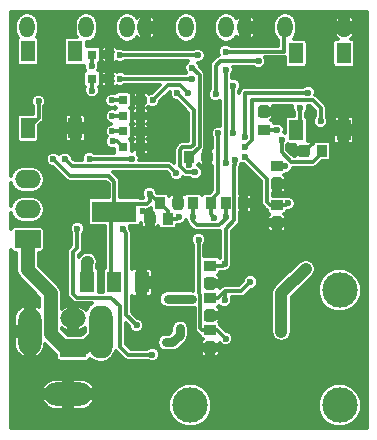
<source format=gbl>
G04 #@! TF.FileFunction,Copper,L2,Bot,Signal*
%FSLAX46Y46*%
G04 Gerber Fmt 4.6, Leading zero omitted, Abs format (unit mm)*
G04 Created by KiCad (PCBNEW (2015-03-13 BZR 5510)-product) date tis  3 nov 2015 15:17:31*
%MOMM*%
G01*
G04 APERTURE LIST*
%ADD10C,0.100000*%
%ADD11O,4.000500X1.998980*%
%ADD12O,1.998980X4.000500*%
%ADD13O,1.998980X4.500880*%
%ADD14O,1.300000X1.800000*%
%ADD15R,0.797560X0.797560*%
%ADD16R,0.899160X1.000760*%
%ADD17R,1.000760X0.899160*%
%ADD18R,1.200000X1.750000*%
%ADD19C,3.000000*%
%ADD20R,1.300480X1.800860*%
%ADD21R,3.799840X1.800860*%
%ADD22R,2.199640X1.524000*%
%ADD23O,2.199640X1.524000*%
%ADD24C,0.600000*%
%ADD25C,1.000000*%
%ADD26C,0.300000*%
%ADD27C,1.200000*%
%ADD28C,0.800000*%
G04 APERTURE END LIST*
D10*
D11*
X123160120Y-118270980D03*
D12*
X119908920Y-112970000D03*
D13*
X125910940Y-112970000D03*
D14*
X136540000Y-87220000D03*
X141540000Y-87220000D03*
X146540000Y-87220000D03*
X128160000Y-87220000D03*
X133160000Y-87220000D03*
X138160000Y-87220000D03*
X119700000Y-87220000D03*
X124700000Y-87220000D03*
X129700000Y-87220000D03*
D15*
X127800700Y-94720000D03*
X129299300Y-94720000D03*
D16*
X131581840Y-103420000D03*
X130078160Y-103420000D03*
X136488160Y-102100000D03*
X137991840Y-102100000D03*
X130948160Y-102100000D03*
X132451840Y-102100000D03*
X134921840Y-98190000D03*
X133418160Y-98190000D03*
D17*
X139740000Y-94358160D03*
X139740000Y-95861840D03*
D16*
X133728160Y-102100000D03*
X135231840Y-102100000D03*
D17*
X135180000Y-112838160D03*
X135180000Y-114341840D03*
X135180000Y-110118160D03*
X135180000Y-111621840D03*
X135180000Y-107388160D03*
X135180000Y-108891840D03*
X140820000Y-102258160D03*
X140820000Y-103761840D03*
X140820000Y-98958160D03*
X140820000Y-100461840D03*
D16*
X144631840Y-97670000D03*
X143128160Y-97670000D03*
D18*
X146490000Y-95920000D03*
X142490000Y-95920000D03*
X146490000Y-89420000D03*
X142490000Y-89420000D03*
X123770000Y-95750000D03*
X119770000Y-95750000D03*
X123770000Y-89250000D03*
X119770000Y-89250000D03*
D19*
X146150000Y-109460000D03*
X146150000Y-119200000D03*
X133500000Y-119200000D03*
D20*
X129381240Y-108809740D03*
X127080000Y-108809740D03*
X124778760Y-108809740D03*
D21*
X127080000Y-102810260D03*
D15*
X125180700Y-89520000D03*
X126679300Y-89520000D03*
X127810700Y-93380000D03*
X129309300Y-93380000D03*
X127790700Y-96010000D03*
X129289300Y-96010000D03*
X125180700Y-91570000D03*
X126679300Y-91570000D03*
X127790700Y-97340000D03*
X129289300Y-97340000D03*
D22*
X119720000Y-105170000D03*
D23*
X119720000Y-102630000D03*
X119720000Y-100090000D03*
D22*
X123580000Y-114400000D03*
D23*
X123580000Y-111860000D03*
D24*
X143280000Y-107660000D03*
X141220000Y-112970000D03*
X124840000Y-107050000D03*
X141790000Y-104020000D03*
X125940000Y-96760000D03*
X127810000Y-99800000D03*
X129460000Y-102770000D03*
X132270000Y-101040000D03*
X135020000Y-101050000D03*
X138860000Y-102100000D03*
X141260000Y-95130000D03*
X143690000Y-95150000D03*
X130270000Y-116830000D03*
X129180000Y-101320000D03*
X129290000Y-92270000D03*
X123760000Y-94410000D03*
X130270000Y-113580000D03*
X130270000Y-110320000D03*
X137450000Y-108500000D03*
X137310000Y-111440000D03*
X137460000Y-114700000D03*
X129380000Y-107370000D03*
X132800000Y-95080000D03*
X134980000Y-96160000D03*
X145420000Y-95170000D03*
X121900000Y-98390000D03*
X130070000Y-101290000D03*
X133730000Y-103290000D03*
X136510000Y-103290000D03*
X132510000Y-103290000D03*
X125150000Y-90510000D03*
X126880000Y-93380000D03*
X126890000Y-96010000D03*
X125180000Y-92570000D03*
X126890000Y-94720000D03*
X126920000Y-96860000D03*
X133650000Y-90640000D03*
X133420000Y-98830000D03*
X135510000Y-103310000D03*
X137130000Y-92160000D03*
X137140000Y-96170000D03*
X135880000Y-96190000D03*
X135640000Y-92870000D03*
X139280000Y-90070000D03*
X131420000Y-113890000D03*
X132650000Y-112700000D03*
X133630000Y-110230000D03*
X131580000Y-110230000D03*
X136500000Y-113560000D03*
X134200000Y-105190000D03*
X136410000Y-110300000D03*
X138590000Y-108770000D03*
X136410000Y-107240000D03*
X137280000Y-98400000D03*
X141770000Y-102110000D03*
X138100000Y-98150000D03*
X141560000Y-98960000D03*
X140850000Y-95920000D03*
X142800000Y-94020000D03*
X120650000Y-93470000D03*
X122890000Y-98380000D03*
X132310000Y-99560000D03*
X132400000Y-92810000D03*
X133900000Y-99470000D03*
X127540000Y-89570000D03*
X134140000Y-89580000D03*
X130320000Y-93400000D03*
X133310000Y-92740000D03*
X133640000Y-91590000D03*
X127550000Y-91570000D03*
X141230000Y-96710000D03*
X144550000Y-95150000D03*
X138130000Y-97340000D03*
X143480000Y-92760000D03*
X138130000Y-96470000D03*
X130290000Y-114930000D03*
X123940000Y-104250000D03*
X124970000Y-98340000D03*
X128550000Y-98340000D03*
X128950000Y-112440000D03*
X127770000Y-104320000D03*
X136510000Y-89260000D03*
X136510000Y-90790000D03*
X136550000Y-98680000D03*
D25*
X141220000Y-109720000D02*
X143280000Y-107660000D01*
X141220000Y-112970000D02*
X141220000Y-109720000D01*
X124778760Y-108809740D02*
X124778760Y-107111240D01*
X124778760Y-107111240D02*
X124840000Y-107050000D01*
D26*
X130078160Y-103420000D02*
X130078160Y-103388160D01*
X130078160Y-103388160D02*
X129460000Y-102770000D01*
X129299300Y-94720000D02*
X129389300Y-94630000D01*
X146450000Y-86800000D02*
X146450000Y-87320000D01*
X132451840Y-101221840D02*
X132451840Y-102100000D01*
X132270000Y-101040000D02*
X132451840Y-101221840D01*
X138860000Y-102100000D02*
X137991840Y-102100000D01*
X143128160Y-97670000D02*
X143210000Y-97670000D01*
X143210000Y-97670000D02*
X144060000Y-96820000D01*
X144060000Y-96820000D02*
X144060000Y-96350000D01*
X144060000Y-96350000D02*
X144260000Y-96150000D01*
X139740000Y-94358160D02*
X140488160Y-94358160D01*
X140488160Y-94358160D02*
X141260000Y-95130000D01*
X143690000Y-95150000D02*
X143690000Y-95620000D01*
X145420000Y-95600000D02*
X145420000Y-95170000D01*
X144870000Y-96150000D02*
X145420000Y-95600000D01*
X144220000Y-96150000D02*
X144260000Y-96150000D01*
X144260000Y-96150000D02*
X144870000Y-96150000D01*
X143690000Y-95620000D02*
X144220000Y-96150000D01*
X123770000Y-95750000D02*
X123760000Y-95740000D01*
X123760000Y-95740000D02*
X123760000Y-94410000D01*
X129289300Y-97340000D02*
X129289300Y-96010000D01*
X129299300Y-94720000D02*
X129299300Y-96000000D01*
X129299300Y-96000000D02*
X129289300Y-96010000D01*
X129309300Y-93380000D02*
X129309300Y-94710000D01*
X129309300Y-94710000D02*
X129299300Y-94720000D01*
X129381240Y-108809740D02*
X129381240Y-107371240D01*
X129381240Y-107371240D02*
X129380000Y-107370000D01*
X134980000Y-96160000D02*
X134921840Y-96218160D01*
X134921840Y-96218160D02*
X134921840Y-98190000D01*
X145740000Y-95170000D02*
X145420000Y-95170000D01*
X146490000Y-95920000D02*
X145740000Y-95170000D01*
X131581840Y-103420000D02*
X131581840Y-102733680D01*
X131581840Y-102733680D02*
X130948160Y-102100000D01*
X133730000Y-103290000D02*
X133730000Y-103640000D01*
X136510000Y-103440000D02*
X136510000Y-103290000D01*
X135970000Y-103980000D02*
X136510000Y-103440000D01*
X134070000Y-103980000D02*
X135970000Y-103980000D01*
X133730000Y-103640000D02*
X134070000Y-103980000D01*
X127080000Y-108809740D02*
X126810000Y-108539740D01*
X126810000Y-108539740D02*
X126810000Y-103080260D01*
X126810000Y-103080260D02*
X127080000Y-102810260D01*
X127080000Y-102810260D02*
X127080000Y-100280002D01*
X123290002Y-99780002D02*
X121900000Y-98390000D01*
X126580000Y-99780002D02*
X123290002Y-99780002D01*
X127080000Y-100280002D02*
X126580000Y-99780002D01*
X130070000Y-101290000D02*
X130880000Y-102100000D01*
X130880000Y-102100000D02*
X130948160Y-102100000D01*
X133728160Y-103288160D02*
X133730000Y-103290000D01*
X133728160Y-102100000D02*
X133728160Y-103288160D01*
X136488160Y-103268160D02*
X136510000Y-103290000D01*
X136488160Y-102100000D02*
X136488160Y-103268160D01*
X130070000Y-101920000D02*
X130070000Y-101290000D01*
X129840000Y-102150000D02*
X130070000Y-101920000D01*
X127740260Y-102150000D02*
X129840000Y-102150000D01*
X127080000Y-102810260D02*
X127740260Y-102150000D01*
X132380000Y-103420000D02*
X132510000Y-103290000D01*
X131581840Y-103420000D02*
X132380000Y-103420000D01*
X125150000Y-90510000D02*
X125180700Y-90479300D01*
X125180700Y-90479300D02*
X125180700Y-89520000D01*
X127810700Y-93380000D02*
X126880000Y-93380000D01*
X127790700Y-96010000D02*
X126890000Y-96010000D01*
X125180700Y-91570000D02*
X125180700Y-92569300D01*
X125180700Y-92569300D02*
X125180000Y-92570000D01*
X127800700Y-94720000D02*
X126890000Y-94720000D01*
X126920000Y-96860000D02*
X127310700Y-96860000D01*
X127310700Y-96860000D02*
X127790700Y-97340000D01*
D27*
X123580000Y-114400000D02*
X124480940Y-114400000D01*
X124480940Y-114400000D02*
X125910940Y-112970000D01*
X123580000Y-114400000D02*
X124480940Y-114400000D01*
X123580000Y-114400000D02*
X122920000Y-114400000D01*
X122920000Y-114400000D02*
X121670000Y-113150000D01*
X121670000Y-113150000D02*
X121670000Y-109720000D01*
X121670000Y-109720000D02*
X119720000Y-107770000D01*
X119720000Y-107770000D02*
X119720000Y-105170000D01*
D26*
X134280000Y-97328160D02*
X133418160Y-98190000D01*
X134280000Y-91270000D02*
X134280000Y-97328160D01*
X133650000Y-90640000D02*
X134280000Y-91270000D01*
X133420000Y-98830000D02*
X133418160Y-98828160D01*
X133418160Y-98828160D02*
X133418160Y-98190000D01*
X135231840Y-102100000D02*
X135231840Y-103031840D01*
X135231840Y-103031840D02*
X135510000Y-103310000D01*
X137130000Y-96160000D02*
X137130000Y-92160000D01*
X137140000Y-96170000D02*
X137130000Y-96160000D01*
X135880000Y-101210000D02*
X135880000Y-96190000D01*
X135231840Y-101858160D02*
X135880000Y-101210000D01*
X135231840Y-102100000D02*
X135231840Y-101858160D01*
X135640000Y-92870000D02*
X135640000Y-90460000D01*
X135640000Y-90460000D02*
X136030000Y-90070000D01*
X136030000Y-90070000D02*
X139280000Y-90070000D01*
D28*
X131420000Y-113890000D02*
X131980000Y-113890000D01*
X131980000Y-113890000D02*
X132650000Y-113220000D01*
X132650000Y-113220000D02*
X132650000Y-112700000D01*
X131580000Y-110230000D02*
X133630000Y-110230000D01*
D26*
X135778160Y-112838160D02*
X135180000Y-112838160D01*
X136500000Y-113560000D02*
X135778160Y-112838160D01*
X134508160Y-112838160D02*
X135180000Y-112838160D01*
X134360000Y-112690000D02*
X134508160Y-112838160D01*
X134360000Y-109830000D02*
X134360000Y-112690000D01*
X134200000Y-109670000D02*
X134360000Y-109830000D01*
X134200000Y-105190000D02*
X134200000Y-109670000D01*
X136410000Y-109560000D02*
X136410000Y-110300000D01*
X138590000Y-108770000D02*
X137800000Y-109560000D01*
X137800000Y-109560000D02*
X136410000Y-109560000D01*
X136410000Y-109560000D02*
X135851840Y-110118160D01*
X135851840Y-110118160D02*
X135180000Y-110118160D01*
X136410000Y-107240000D02*
X136261840Y-107388160D01*
X136261840Y-107388160D02*
X135180000Y-107388160D01*
X136490000Y-107160000D02*
X136410000Y-107240000D01*
X136490000Y-104260000D02*
X136490000Y-107160000D01*
X137240000Y-103510000D02*
X136490000Y-104260000D01*
X137240000Y-98890000D02*
X137240000Y-103510000D01*
X137280000Y-98850000D02*
X137240000Y-98890000D01*
X137280000Y-98400000D02*
X137280000Y-98850000D01*
X141621840Y-102258160D02*
X140820000Y-102258160D01*
X141770000Y-102110000D02*
X141621840Y-102258160D01*
X140218160Y-102258160D02*
X140820000Y-102258160D01*
X139980000Y-102020000D02*
X140218160Y-102258160D01*
X139980000Y-100030000D02*
X139980000Y-102020000D01*
X138100000Y-98150000D02*
X139980000Y-100030000D01*
X141558160Y-98958160D02*
X140820000Y-98958160D01*
X141560000Y-98960000D02*
X141558160Y-98958160D01*
X139740000Y-95861840D02*
X139798160Y-95920000D01*
X139798160Y-95920000D02*
X140850000Y-95920000D01*
X142800000Y-95610000D02*
X142800000Y-94020000D01*
X142490000Y-95920000D02*
X142800000Y-95610000D01*
X120650000Y-94870000D02*
X119770000Y-95750000D01*
X120650000Y-93470000D02*
X120650000Y-94870000D01*
X123490000Y-98980000D02*
X122890000Y-98380000D01*
X131730000Y-98980000D02*
X123490000Y-98980000D01*
X132310000Y-99560000D02*
X131730000Y-98980000D01*
X132400000Y-92810000D02*
X133829998Y-94239998D01*
X133829998Y-94239998D02*
X133829998Y-97141764D01*
X133829998Y-97141764D02*
X133601762Y-97370000D01*
X133601762Y-97370000D02*
X132840000Y-97370000D01*
X132840000Y-97370000D02*
X132640000Y-97570000D01*
X132640000Y-97570000D02*
X132640000Y-98970000D01*
X132640000Y-98970000D02*
X133140000Y-99470000D01*
X133140000Y-99470000D02*
X133900000Y-99470000D01*
X134130000Y-89570000D02*
X127540000Y-89570000D01*
X134140000Y-89580000D02*
X134130000Y-89570000D01*
X130320000Y-93400000D02*
X131170000Y-92550000D01*
X131170000Y-92550000D02*
X131630000Y-92090000D01*
X131630000Y-92090000D02*
X132660000Y-92090000D01*
X132660000Y-92090000D02*
X133310000Y-92740000D01*
X133640000Y-91590000D02*
X133620000Y-91570000D01*
X133620000Y-91570000D02*
X127550000Y-91570000D01*
X144631840Y-97670000D02*
X144631840Y-97838160D01*
X144631840Y-97838160D02*
X143890000Y-98580000D01*
X143890000Y-98580000D02*
X142040000Y-98580000D01*
X142040000Y-98580000D02*
X141230000Y-97770000D01*
X141230000Y-97770000D02*
X141230000Y-96710000D01*
X138740000Y-96730000D02*
X138740000Y-93400000D01*
X138740000Y-93400000D02*
X143870000Y-93400000D01*
X143870000Y-93400000D02*
X144550000Y-94080000D01*
X144550000Y-94080000D02*
X144550000Y-95150000D01*
X138130000Y-97340000D02*
X138740000Y-96730000D01*
X138130000Y-92760000D02*
X143480000Y-92760000D01*
X138130000Y-96470000D02*
X138130000Y-92760000D01*
X128250000Y-114930000D02*
X130290000Y-114930000D01*
X127560000Y-114240000D02*
X128250000Y-114930000D01*
X127560000Y-110840000D02*
X127560000Y-114240000D01*
X126810000Y-110090000D02*
X127560000Y-110840000D01*
X123900000Y-110090000D02*
X126810000Y-110090000D01*
X123560000Y-109750000D02*
X123900000Y-110090000D01*
X123560000Y-106240000D02*
X123560000Y-109750000D01*
X123940000Y-105860000D02*
X123560000Y-106240000D01*
X123940000Y-104250000D02*
X123940000Y-105860000D01*
X128550000Y-98340000D02*
X124970000Y-98340000D01*
X128050000Y-111540000D02*
X128950000Y-112440000D01*
X128050000Y-104600000D02*
X128050000Y-111540000D01*
X127770000Y-104320000D02*
X128050000Y-104600000D01*
X136510000Y-89260000D02*
X141460000Y-89260000D01*
X136510000Y-98640000D02*
X136510000Y-90790000D01*
X136550000Y-98680000D02*
X136510000Y-98640000D01*
X141460000Y-89260000D02*
X141460000Y-87330000D01*
X141460000Y-87330000D02*
X141450000Y-87320000D01*
X141450000Y-88050000D02*
X141450000Y-87320000D01*
G36*
X142300000Y-94688143D02*
X141890000Y-94688143D01*
X141756546Y-94714036D01*
X141639253Y-94791086D01*
X141560737Y-94907403D01*
X141533143Y-95045000D01*
X141533143Y-96132066D01*
X141475662Y-96108198D01*
X141499887Y-96049860D01*
X141500112Y-95791274D01*
X141401364Y-95552286D01*
X141218676Y-95369278D01*
X140979860Y-95270113D01*
X140721274Y-95269888D01*
X140580869Y-95327901D01*
X140571344Y-95278806D01*
X140494294Y-95161513D01*
X140377977Y-95082997D01*
X140365721Y-95080539D01*
X140410316Y-95062068D01*
X140494708Y-94977677D01*
X140540380Y-94867414D01*
X140540380Y-94657950D01*
X140465380Y-94582950D01*
X139990190Y-94582950D01*
X139990190Y-94728160D01*
X139489810Y-94728160D01*
X139489810Y-94582950D01*
X139370000Y-94582950D01*
X139370000Y-94133370D01*
X139489810Y-94133370D01*
X139489810Y-93988160D01*
X139990190Y-93988160D01*
X139990190Y-94133370D01*
X140465380Y-94133370D01*
X140540380Y-94058370D01*
X140540380Y-93900000D01*
X142150104Y-93900000D01*
X142149888Y-94148726D01*
X142248636Y-94387714D01*
X142300000Y-94439167D01*
X142300000Y-94688143D01*
X142300000Y-94688143D01*
G37*
X142300000Y-94688143D02*
X141890000Y-94688143D01*
X141756546Y-94714036D01*
X141639253Y-94791086D01*
X141560737Y-94907403D01*
X141533143Y-95045000D01*
X141533143Y-96132066D01*
X141475662Y-96108198D01*
X141499887Y-96049860D01*
X141500112Y-95791274D01*
X141401364Y-95552286D01*
X141218676Y-95369278D01*
X140979860Y-95270113D01*
X140721274Y-95269888D01*
X140580869Y-95327901D01*
X140571344Y-95278806D01*
X140494294Y-95161513D01*
X140377977Y-95082997D01*
X140365721Y-95080539D01*
X140410316Y-95062068D01*
X140494708Y-94977677D01*
X140540380Y-94867414D01*
X140540380Y-94657950D01*
X140465380Y-94582950D01*
X139990190Y-94582950D01*
X139990190Y-94728160D01*
X139489810Y-94728160D01*
X139489810Y-94582950D01*
X139370000Y-94582950D01*
X139370000Y-94133370D01*
X139489810Y-94133370D01*
X139489810Y-93988160D01*
X139990190Y-93988160D01*
X139990190Y-94133370D01*
X140465380Y-94133370D01*
X140540380Y-94058370D01*
X140540380Y-93900000D01*
X142150104Y-93900000D01*
X142149888Y-94148726D01*
X142248636Y-94387714D01*
X142300000Y-94439167D01*
X142300000Y-94688143D01*
G36*
X143498160Y-97920190D02*
X143352950Y-97920190D01*
X143352950Y-98040000D01*
X142903370Y-98040000D01*
X142903370Y-97920190D01*
X142453580Y-97920190D01*
X142378580Y-97995190D01*
X142378580Y-98080000D01*
X142247106Y-98080000D01*
X141730000Y-97562894D01*
X141730000Y-97129309D01*
X141742053Y-97117276D01*
X141752403Y-97124263D01*
X141890000Y-97151857D01*
X142378580Y-97151857D01*
X142378580Y-97229294D01*
X142378580Y-97344810D01*
X142453580Y-97419810D01*
X142903370Y-97419810D01*
X142903370Y-97300000D01*
X143352950Y-97300000D01*
X143352950Y-97419810D01*
X143498160Y-97419810D01*
X143498160Y-97920190D01*
X143498160Y-97920190D01*
G37*
X143498160Y-97920190D02*
X143352950Y-97920190D01*
X143352950Y-98040000D01*
X142903370Y-98040000D01*
X142903370Y-97920190D01*
X142453580Y-97920190D01*
X142378580Y-97995190D01*
X142378580Y-98080000D01*
X142247106Y-98080000D01*
X141730000Y-97562894D01*
X141730000Y-97129309D01*
X141742053Y-97117276D01*
X141752403Y-97124263D01*
X141890000Y-97151857D01*
X142378580Y-97151857D01*
X142378580Y-97229294D01*
X142378580Y-97344810D01*
X142453580Y-97419810D01*
X142903370Y-97419810D01*
X142903370Y-97300000D01*
X143352950Y-97300000D01*
X143352950Y-97419810D01*
X143498160Y-97419810D01*
X143498160Y-97920190D01*
G36*
X148420000Y-121110000D02*
X148000321Y-121110000D01*
X148000321Y-118833627D01*
X148000321Y-109093627D01*
X147719268Y-108413428D01*
X147446857Y-108140541D01*
X147446857Y-90295000D01*
X147446857Y-88545000D01*
X147420964Y-88411546D01*
X147343914Y-88294253D01*
X147227597Y-88215737D01*
X147109859Y-88192125D01*
X147281907Y-88041923D01*
X147444298Y-87714473D01*
X147444298Y-86725527D01*
X147281907Y-86398077D01*
X147006567Y-86157697D01*
X147000644Y-86139153D01*
X146865000Y-86157596D01*
X146865000Y-86870000D01*
X147396409Y-86870000D01*
X147444298Y-86725527D01*
X147444298Y-87714473D01*
X147396409Y-87570000D01*
X146865000Y-87570000D01*
X146865000Y-87590000D01*
X146215000Y-87590000D01*
X146215000Y-87570000D01*
X146215000Y-86870000D01*
X146215000Y-86157596D01*
X146079356Y-86139153D01*
X146073433Y-86157697D01*
X145798093Y-86398077D01*
X145635702Y-86725527D01*
X145683591Y-86870000D01*
X146215000Y-86870000D01*
X146215000Y-87570000D01*
X145683591Y-87570000D01*
X145635702Y-87714473D01*
X145798093Y-88041923D01*
X145965578Y-88188143D01*
X145890000Y-88188143D01*
X145756546Y-88214036D01*
X145639253Y-88291086D01*
X145560737Y-88407403D01*
X145533143Y-88545000D01*
X145533143Y-90295000D01*
X145559036Y-90428454D01*
X145636086Y-90545747D01*
X145752403Y-90624263D01*
X145890000Y-90651857D01*
X147090000Y-90651857D01*
X147223454Y-90625964D01*
X147340747Y-90548914D01*
X147419263Y-90432597D01*
X147446857Y-90295000D01*
X147446857Y-108140541D01*
X147390000Y-108083585D01*
X147390000Y-96854674D01*
X147390000Y-96345000D01*
X147390000Y-95495000D01*
X147390000Y-94985326D01*
X147344328Y-94875063D01*
X147259936Y-94790672D01*
X147149673Y-94745000D01*
X147030326Y-94745000D01*
X146865000Y-94745000D01*
X146790000Y-94820000D01*
X146790000Y-95570000D01*
X147315000Y-95570000D01*
X147390000Y-95495000D01*
X147390000Y-96345000D01*
X147315000Y-96270000D01*
X146790000Y-96270000D01*
X146790000Y-97020000D01*
X146865000Y-97095000D01*
X147030326Y-97095000D01*
X147149673Y-97095000D01*
X147259936Y-97049328D01*
X147344328Y-96964937D01*
X147390000Y-96854674D01*
X147390000Y-108083585D01*
X147199309Y-107892561D01*
X146519602Y-107610321D01*
X146190000Y-107610033D01*
X146190000Y-97020000D01*
X146190000Y-96270000D01*
X146190000Y-95570000D01*
X146190000Y-94820000D01*
X146115000Y-94745000D01*
X145949674Y-94745000D01*
X145830327Y-94745000D01*
X145720064Y-94790672D01*
X145635672Y-94875063D01*
X145590000Y-94985326D01*
X145590000Y-95495000D01*
X145665000Y-95570000D01*
X146190000Y-95570000D01*
X146190000Y-96270000D01*
X145665000Y-96270000D01*
X145590000Y-96345000D01*
X145590000Y-96854674D01*
X145635672Y-96964937D01*
X145720064Y-97049328D01*
X145830327Y-97095000D01*
X145949674Y-97095000D01*
X146115000Y-97095000D01*
X146190000Y-97020000D01*
X146190000Y-107610033D01*
X145783627Y-107609679D01*
X145103428Y-107890732D01*
X144582561Y-108410691D01*
X144300321Y-109090398D01*
X144299679Y-109826373D01*
X144580732Y-110506572D01*
X145100691Y-111027439D01*
X145780398Y-111309679D01*
X146516373Y-111310321D01*
X147196572Y-111029268D01*
X147717439Y-110509309D01*
X147999679Y-109829602D01*
X148000321Y-109093627D01*
X148000321Y-118833627D01*
X147719268Y-118153428D01*
X147199309Y-117632561D01*
X146519602Y-117350321D01*
X145783627Y-117349679D01*
X145103428Y-117630732D01*
X144582561Y-118150691D01*
X144300321Y-118830398D01*
X144299679Y-119566373D01*
X144580732Y-120246572D01*
X145100691Y-120767439D01*
X145780398Y-121049679D01*
X146516373Y-121050321D01*
X147196572Y-120769268D01*
X147717439Y-120249309D01*
X147999679Y-119569602D01*
X148000321Y-118833627D01*
X148000321Y-121110000D01*
X144130000Y-121110000D01*
X144130000Y-107660000D01*
X144065298Y-107334719D01*
X143881041Y-107058959D01*
X143605281Y-106874702D01*
X143280000Y-106810000D01*
X142954719Y-106874702D01*
X142678959Y-107058959D01*
X141620380Y-108117538D01*
X141620380Y-104271094D01*
X141620380Y-104061630D01*
X141545380Y-103986630D01*
X141070190Y-103986630D01*
X141070190Y-104436420D01*
X141145190Y-104511420D01*
X141260706Y-104511420D01*
X141380053Y-104511420D01*
X141490316Y-104465748D01*
X141574708Y-104381357D01*
X141620380Y-104271094D01*
X141620380Y-108117538D01*
X140618959Y-109118959D01*
X140569810Y-109192515D01*
X140569810Y-104436420D01*
X140569810Y-103986630D01*
X140094620Y-103986630D01*
X140019620Y-104061630D01*
X140019620Y-104271094D01*
X140065292Y-104381357D01*
X140149684Y-104465748D01*
X140259947Y-104511420D01*
X140379294Y-104511420D01*
X140494810Y-104511420D01*
X140569810Y-104436420D01*
X140569810Y-109192515D01*
X140434702Y-109394719D01*
X140370000Y-109720000D01*
X140370000Y-112970000D01*
X140434702Y-113295281D01*
X140618959Y-113571041D01*
X140894719Y-113755298D01*
X141220000Y-113820000D01*
X141545281Y-113755298D01*
X141821041Y-113571041D01*
X142005298Y-113295281D01*
X142070000Y-112970000D01*
X142070000Y-110072082D01*
X143881041Y-108261041D01*
X144065298Y-107985281D01*
X144130000Y-107660000D01*
X144130000Y-121110000D01*
X135980380Y-121110000D01*
X135980380Y-114851094D01*
X135980380Y-114641630D01*
X135905380Y-114566630D01*
X135430190Y-114566630D01*
X135430190Y-115016420D01*
X135505190Y-115091420D01*
X135620706Y-115091420D01*
X135740053Y-115091420D01*
X135850316Y-115045748D01*
X135934708Y-114961357D01*
X135980380Y-114851094D01*
X135980380Y-121110000D01*
X135350321Y-121110000D01*
X135350321Y-118833627D01*
X135069268Y-118153428D01*
X134929810Y-118013726D01*
X134929810Y-115016420D01*
X134929810Y-114566630D01*
X134454620Y-114566630D01*
X134379620Y-114641630D01*
X134379620Y-114851094D01*
X134425292Y-114961357D01*
X134509684Y-115045748D01*
X134619947Y-115091420D01*
X134739294Y-115091420D01*
X134854810Y-115091420D01*
X134929810Y-115016420D01*
X134929810Y-118013726D01*
X134549309Y-117632561D01*
X133869602Y-117350321D01*
X133400000Y-117349911D01*
X133400000Y-113220000D01*
X133400000Y-112700000D01*
X133342910Y-112412987D01*
X133180330Y-112169670D01*
X132937013Y-112007090D01*
X132650000Y-111950000D01*
X132362987Y-112007090D01*
X132119670Y-112169670D01*
X131957090Y-112412987D01*
X131900000Y-112700000D01*
X131900000Y-112909340D01*
X131669340Y-113140000D01*
X131420000Y-113140000D01*
X131132987Y-113197090D01*
X130889670Y-113359670D01*
X130727090Y-113602987D01*
X130670000Y-113890000D01*
X130727090Y-114177013D01*
X130889670Y-114420330D01*
X131132987Y-114582910D01*
X131420000Y-114640000D01*
X131980000Y-114640000D01*
X132267013Y-114582910D01*
X132510330Y-114420330D01*
X133180330Y-113750330D01*
X133342910Y-113507013D01*
X133400000Y-113220000D01*
X133400000Y-117349911D01*
X133133627Y-117349679D01*
X132453428Y-117630732D01*
X131932561Y-118150691D01*
X131650321Y-118830398D01*
X131649679Y-119566373D01*
X131930732Y-120246572D01*
X132450691Y-120767439D01*
X133130398Y-121049679D01*
X133866373Y-121050321D01*
X134546572Y-120769268D01*
X135067439Y-120249309D01*
X135349679Y-119569602D01*
X135350321Y-118833627D01*
X135350321Y-121110000D01*
X125342189Y-121110000D01*
X125342189Y-118812444D01*
X125342189Y-117729516D01*
X125327245Y-117599589D01*
X124981531Y-117204347D01*
X124510880Y-116971490D01*
X123510120Y-116971490D01*
X123510120Y-117920980D01*
X125334283Y-117920980D01*
X125342189Y-117729516D01*
X125342189Y-118812444D01*
X125334283Y-118620980D01*
X123510120Y-118620980D01*
X123510120Y-119570470D01*
X124510880Y-119570470D01*
X124981531Y-119337613D01*
X125327245Y-118942371D01*
X125342189Y-118812444D01*
X125342189Y-121110000D01*
X122810120Y-121110000D01*
X122810120Y-119570470D01*
X122810120Y-118620980D01*
X122810120Y-117920980D01*
X122810120Y-116971490D01*
X121809360Y-116971490D01*
X121338709Y-117204347D01*
X120992995Y-117599589D01*
X120978051Y-117729516D01*
X120985957Y-117920980D01*
X122810120Y-117920980D01*
X122810120Y-118620980D01*
X120985957Y-118620980D01*
X120978051Y-118812444D01*
X120992995Y-118942371D01*
X121338709Y-119337613D01*
X121809360Y-119570470D01*
X122810120Y-119570470D01*
X122810120Y-121110000D01*
X119558920Y-121110000D01*
X119558920Y-115144163D01*
X119558920Y-113320000D01*
X119558920Y-112620000D01*
X119558920Y-110795837D01*
X119367456Y-110787931D01*
X119237529Y-110802875D01*
X118842287Y-111148589D01*
X118609430Y-111619240D01*
X118609430Y-112620000D01*
X119558920Y-112620000D01*
X119558920Y-113320000D01*
X118609430Y-113320000D01*
X118609430Y-114320760D01*
X118842287Y-114791411D01*
X119237529Y-115137125D01*
X119367456Y-115152069D01*
X119558920Y-115144163D01*
X119558920Y-121110000D01*
X118300000Y-121110000D01*
X118300000Y-106081870D01*
X118366266Y-106182747D01*
X118482583Y-106261263D01*
X118620180Y-106288857D01*
X118770000Y-106288857D01*
X118770000Y-107770000D01*
X118830316Y-108073233D01*
X118842314Y-108133550D01*
X119048249Y-108441751D01*
X120720000Y-110113502D01*
X120720000Y-110925059D01*
X120580311Y-110802875D01*
X120450384Y-110787931D01*
X120258920Y-110795837D01*
X120258920Y-112620000D01*
X120278920Y-112620000D01*
X120278920Y-113320000D01*
X120258920Y-113320000D01*
X120258920Y-115144163D01*
X120450384Y-115152069D01*
X120580311Y-115137125D01*
X120975553Y-114791411D01*
X121208410Y-114320760D01*
X121208410Y-114031912D01*
X122123323Y-114946825D01*
X122123323Y-115162000D01*
X122149216Y-115295454D01*
X122226266Y-115412747D01*
X122342583Y-115491263D01*
X122480180Y-115518857D01*
X124679820Y-115518857D01*
X124813274Y-115492964D01*
X124930567Y-115415914D01*
X125009083Y-115299597D01*
X125015886Y-115265672D01*
X125394513Y-115518662D01*
X125910940Y-115621386D01*
X126427367Y-115518662D01*
X126865174Y-115226130D01*
X127157706Y-114788323D01*
X127198741Y-114582021D01*
X127206447Y-114593553D01*
X127896446Y-115283553D01*
X127896447Y-115283553D01*
X128058658Y-115391940D01*
X128250000Y-115430000D01*
X129870690Y-115430000D01*
X129921324Y-115480722D01*
X130160140Y-115579887D01*
X130418726Y-115580112D01*
X130657714Y-115481364D01*
X130840722Y-115298676D01*
X130939887Y-115059860D01*
X130940112Y-114801274D01*
X130841364Y-114562286D01*
X130658676Y-114379278D01*
X130419860Y-114280113D01*
X130331480Y-114280036D01*
X130331480Y-109769843D01*
X130331480Y-109650496D01*
X130331480Y-109234740D01*
X130331480Y-108384740D01*
X130331480Y-107968984D01*
X130331480Y-107849637D01*
X130285808Y-107739374D01*
X130201417Y-107654982D01*
X130091154Y-107609310D01*
X129781360Y-107609310D01*
X129706360Y-107684310D01*
X129706360Y-108459740D01*
X130256480Y-108459740D01*
X130331480Y-108384740D01*
X130331480Y-109234740D01*
X130256480Y-109159740D01*
X129706360Y-109159740D01*
X129706360Y-109935170D01*
X129781360Y-110010170D01*
X130091154Y-110010170D01*
X130201417Y-109964498D01*
X130285808Y-109880106D01*
X130331480Y-109769843D01*
X130331480Y-114280036D01*
X130161274Y-114279888D01*
X129922286Y-114378636D01*
X129870832Y-114430000D01*
X128457106Y-114430000D01*
X128060000Y-114032893D01*
X128060000Y-112257106D01*
X128299950Y-112497057D01*
X128299888Y-112568726D01*
X128398636Y-112807714D01*
X128581324Y-112990722D01*
X128820140Y-113089887D01*
X129078726Y-113090112D01*
X129317714Y-112991364D01*
X129500722Y-112808676D01*
X129599887Y-112569860D01*
X129600112Y-112311274D01*
X129501364Y-112072286D01*
X129318676Y-111889278D01*
X129079860Y-111790113D01*
X129007156Y-111790049D01*
X128550000Y-111332893D01*
X128550000Y-109953434D01*
X128561063Y-109964498D01*
X128671326Y-110010170D01*
X128981120Y-110010170D01*
X129056120Y-109935170D01*
X129056120Y-109159740D01*
X129011240Y-109159740D01*
X129011240Y-108459740D01*
X129056120Y-108459740D01*
X129056120Y-107684310D01*
X128981120Y-107609310D01*
X128671326Y-107609310D01*
X128561063Y-107654982D01*
X128550000Y-107666045D01*
X128550000Y-104600000D01*
X128511940Y-104408658D01*
X128420042Y-104271123D01*
X128420112Y-104191274D01*
X128368988Y-104067547D01*
X128979920Y-104067547D01*
X129113374Y-104041654D01*
X129230667Y-103964604D01*
X129309183Y-103848287D01*
X129328580Y-103751564D01*
X129328580Y-103770002D01*
X129328580Y-103860706D01*
X129328580Y-103980053D01*
X129374252Y-104090316D01*
X129458643Y-104174708D01*
X129568906Y-104220380D01*
X129778370Y-104220380D01*
X129853370Y-104145380D01*
X129853370Y-103670190D01*
X129708160Y-103670190D01*
X129708160Y-103169810D01*
X129853370Y-103169810D01*
X129853370Y-102694620D01*
X129808750Y-102650000D01*
X129840000Y-102650000D01*
X129840000Y-102649999D01*
X130031342Y-102611940D01*
X130141723Y-102538185D01*
X130141723Y-102600380D01*
X130167616Y-102733834D01*
X130244666Y-102851127D01*
X130302950Y-102890469D01*
X130302950Y-103169810D01*
X130448160Y-103169810D01*
X130448160Y-103670190D01*
X130302950Y-103670190D01*
X130302950Y-104145380D01*
X130377950Y-104220380D01*
X130587414Y-104220380D01*
X130697677Y-104174708D01*
X130782068Y-104090316D01*
X130799982Y-104047065D01*
X130801296Y-104053834D01*
X130878346Y-104171127D01*
X130994663Y-104249643D01*
X131132260Y-104277237D01*
X132031420Y-104277237D01*
X132164874Y-104251344D01*
X132282167Y-104174294D01*
X132360683Y-104057977D01*
X132384364Y-103939890D01*
X132638726Y-103940112D01*
X132877714Y-103841364D01*
X133060722Y-103658676D01*
X133120023Y-103515861D01*
X133178636Y-103657714D01*
X133247181Y-103726379D01*
X133247182Y-103726380D01*
X133268060Y-103831342D01*
X133376447Y-103993553D01*
X133716447Y-104333554D01*
X133813685Y-104398526D01*
X133878658Y-104441940D01*
X133878659Y-104441940D01*
X134070000Y-104480000D01*
X135970000Y-104480000D01*
X135970000Y-104479999D01*
X135990000Y-104476021D01*
X135990000Y-106740830D01*
X135977382Y-106753426D01*
X135934294Y-106687833D01*
X135817977Y-106609317D01*
X135680380Y-106581723D01*
X134700000Y-106581723D01*
X134700000Y-105609309D01*
X134750722Y-105558676D01*
X134849887Y-105319860D01*
X134850112Y-105061274D01*
X134751364Y-104822286D01*
X134568676Y-104639278D01*
X134329860Y-104540113D01*
X134071274Y-104539888D01*
X133832286Y-104638636D01*
X133649278Y-104821324D01*
X133550113Y-105060140D01*
X133549888Y-105318726D01*
X133648636Y-105557714D01*
X133700000Y-105609167D01*
X133700000Y-109493923D01*
X133630000Y-109480000D01*
X131580000Y-109480000D01*
X131292987Y-109537090D01*
X131049670Y-109699670D01*
X130887090Y-109942987D01*
X130830000Y-110230000D01*
X130887090Y-110517013D01*
X131049670Y-110760330D01*
X131292987Y-110922910D01*
X131580000Y-110980000D01*
X133630000Y-110980000D01*
X133860000Y-110934250D01*
X133860000Y-112690000D01*
X133898060Y-112881342D01*
X134006447Y-113043553D01*
X134154607Y-113191713D01*
X134316818Y-113300100D01*
X134325496Y-113301826D01*
X134348656Y-113421194D01*
X134425706Y-113538487D01*
X134542023Y-113617003D01*
X134554278Y-113619460D01*
X134509684Y-113637932D01*
X134425292Y-113722323D01*
X134379620Y-113832586D01*
X134379620Y-114042050D01*
X134454620Y-114117050D01*
X134929810Y-114117050D01*
X134929810Y-113971840D01*
X135430190Y-113971840D01*
X135430190Y-114117050D01*
X135905380Y-114117050D01*
X135980380Y-114042050D01*
X135980380Y-113959513D01*
X136131324Y-114110722D01*
X136370140Y-114209887D01*
X136628726Y-114210112D01*
X136867714Y-114111364D01*
X137050722Y-113928676D01*
X137149887Y-113689860D01*
X137150112Y-113431274D01*
X137051364Y-113192286D01*
X136868676Y-113009278D01*
X136629860Y-112910113D01*
X136557155Y-112910049D01*
X136131713Y-112484607D01*
X136037237Y-112421479D01*
X136037237Y-112388580D01*
X136011344Y-112255126D01*
X135960846Y-112178253D01*
X135980380Y-112131094D01*
X135980380Y-111921630D01*
X135905380Y-111846630D01*
X135430190Y-111846630D01*
X135430190Y-111991840D01*
X134929810Y-111991840D01*
X134929810Y-111846630D01*
X134860000Y-111846630D01*
X134860000Y-111397050D01*
X134929810Y-111397050D01*
X134929810Y-111251840D01*
X135430190Y-111251840D01*
X135430190Y-111397050D01*
X135905380Y-111397050D01*
X135980380Y-111322050D01*
X135980380Y-111112586D01*
X135934708Y-111002323D01*
X135850316Y-110917932D01*
X135807065Y-110900017D01*
X135813834Y-110898704D01*
X135931127Y-110821654D01*
X135963875Y-110773138D01*
X136041324Y-110850722D01*
X136280140Y-110949887D01*
X136538726Y-110950112D01*
X136777714Y-110851364D01*
X136960722Y-110668676D01*
X137059887Y-110429860D01*
X137060112Y-110171274D01*
X137014134Y-110060000D01*
X137800000Y-110060000D01*
X137800000Y-110059999D01*
X137991342Y-110021940D01*
X138153553Y-109913553D01*
X138647056Y-109420049D01*
X138718726Y-109420112D01*
X138957714Y-109321364D01*
X139140722Y-109138676D01*
X139239887Y-108899860D01*
X139240112Y-108641274D01*
X139141364Y-108402286D01*
X138958676Y-108219278D01*
X138741420Y-108129065D01*
X138741420Y-102660053D01*
X138741420Y-102540706D01*
X138741420Y-102425190D01*
X138741420Y-101774810D01*
X138741420Y-101659294D01*
X138741420Y-101539947D01*
X138695748Y-101429684D01*
X138611357Y-101345292D01*
X138501094Y-101299620D01*
X138291630Y-101299620D01*
X138216630Y-101374620D01*
X138216630Y-101849810D01*
X138666420Y-101849810D01*
X138741420Y-101774810D01*
X138741420Y-102425190D01*
X138666420Y-102350190D01*
X138216630Y-102350190D01*
X138216630Y-102825380D01*
X138291630Y-102900380D01*
X138501094Y-102900380D01*
X138611357Y-102854708D01*
X138695748Y-102770316D01*
X138741420Y-102660053D01*
X138741420Y-108129065D01*
X138719860Y-108120113D01*
X138461274Y-108119888D01*
X138222286Y-108218636D01*
X138039278Y-108401324D01*
X137940113Y-108640140D01*
X137940049Y-108712843D01*
X137592893Y-109060000D01*
X136410000Y-109060000D01*
X136218658Y-109098060D01*
X136056446Y-109206447D01*
X135980380Y-109282513D01*
X135980380Y-109191630D01*
X135905380Y-109116630D01*
X135430190Y-109116630D01*
X135430190Y-109261840D01*
X134929810Y-109261840D01*
X134929810Y-109116630D01*
X134810000Y-109116630D01*
X134810000Y-108667050D01*
X134929810Y-108667050D01*
X134929810Y-108521840D01*
X135430190Y-108521840D01*
X135430190Y-108667050D01*
X135905380Y-108667050D01*
X135980380Y-108592050D01*
X135980380Y-108382586D01*
X135934708Y-108272323D01*
X135850316Y-108187932D01*
X135807065Y-108170017D01*
X135813834Y-108168704D01*
X135931127Y-108091654D01*
X136009643Y-107975337D01*
X136027125Y-107888160D01*
X136261840Y-107888160D01*
X136261840Y-107888159D01*
X136271400Y-107886258D01*
X136280140Y-107889887D01*
X136538726Y-107890112D01*
X136777714Y-107791364D01*
X136960722Y-107608676D01*
X137059887Y-107369860D01*
X137060112Y-107111274D01*
X136990000Y-106941590D01*
X136990000Y-104467106D01*
X137593553Y-103863554D01*
X137593553Y-103863553D01*
X137701940Y-103701342D01*
X137739999Y-103510000D01*
X137740000Y-103510000D01*
X137740000Y-102852430D01*
X137767050Y-102825380D01*
X137767050Y-102350190D01*
X137740000Y-102350190D01*
X137740000Y-101849810D01*
X137767050Y-101849810D01*
X137767050Y-101374620D01*
X137740000Y-101347570D01*
X137740000Y-99044245D01*
X137740000Y-99044244D01*
X137741940Y-99041342D01*
X137741940Y-99041341D01*
X137780000Y-98850000D01*
X137780000Y-98819309D01*
X137830722Y-98768676D01*
X137840171Y-98745919D01*
X137970140Y-98799887D01*
X138042844Y-98799950D01*
X139480000Y-100237106D01*
X139480000Y-102020000D01*
X139518060Y-102211342D01*
X139626447Y-102373553D01*
X139864607Y-102611713D01*
X139962763Y-102677299D01*
X139962763Y-102707740D01*
X139988656Y-102841194D01*
X140065706Y-102958487D01*
X140182023Y-103037003D01*
X140194278Y-103039460D01*
X140149684Y-103057932D01*
X140065292Y-103142323D01*
X140019620Y-103252586D01*
X140019620Y-103462050D01*
X140094620Y-103537050D01*
X140569810Y-103537050D01*
X140569810Y-103391840D01*
X141070190Y-103391840D01*
X141070190Y-103537050D01*
X141545380Y-103537050D01*
X141620380Y-103462050D01*
X141620380Y-103252586D01*
X141574708Y-103142323D01*
X141490316Y-103057932D01*
X141447065Y-103040017D01*
X141453834Y-103038704D01*
X141571127Y-102961654D01*
X141649643Y-102845337D01*
X141666774Y-102759910D01*
X141898726Y-102760112D01*
X142137714Y-102661364D01*
X142320722Y-102478676D01*
X142419887Y-102239860D01*
X142420112Y-101981274D01*
X142321364Y-101742286D01*
X142138676Y-101559278D01*
X141899860Y-101460113D01*
X141641274Y-101459888D01*
X141620380Y-101468521D01*
X141620380Y-100971094D01*
X141620380Y-100761630D01*
X141545380Y-100686630D01*
X141070190Y-100686630D01*
X141070190Y-101136420D01*
X141145190Y-101211420D01*
X141260706Y-101211420D01*
X141380053Y-101211420D01*
X141490316Y-101165748D01*
X141574708Y-101081357D01*
X141620380Y-100971094D01*
X141620380Y-101468521D01*
X141509720Y-101514244D01*
X141457977Y-101479317D01*
X141320380Y-101451723D01*
X140480000Y-101451723D01*
X140480000Y-101211420D01*
X140494810Y-101211420D01*
X140569810Y-101136420D01*
X140569810Y-100686630D01*
X140480000Y-100686630D01*
X140480000Y-100237050D01*
X140569810Y-100237050D01*
X140569810Y-100091840D01*
X141070190Y-100091840D01*
X141070190Y-100237050D01*
X141545380Y-100237050D01*
X141620380Y-100162050D01*
X141620380Y-99952586D01*
X141574708Y-99842323D01*
X141490316Y-99757932D01*
X141447065Y-99740017D01*
X141453834Y-99738704D01*
X141571127Y-99661654D01*
X141605967Y-99610039D01*
X141688726Y-99610112D01*
X141927714Y-99511364D01*
X142110722Y-99328676D01*
X142209887Y-99089860D01*
X142209895Y-99080000D01*
X143890000Y-99080000D01*
X143890000Y-99079999D01*
X144081342Y-99041940D01*
X144243553Y-98933553D01*
X144649869Y-98527237D01*
X145081420Y-98527237D01*
X145214874Y-98501344D01*
X145332167Y-98424294D01*
X145410683Y-98307977D01*
X145438277Y-98170380D01*
X145438277Y-97169620D01*
X145412384Y-97036166D01*
X145335334Y-96918873D01*
X145219017Y-96840357D01*
X145081420Y-96812763D01*
X144182260Y-96812763D01*
X144048806Y-96838656D01*
X143931513Y-96915706D01*
X143852997Y-97032023D01*
X143850539Y-97044278D01*
X143832068Y-96999684D01*
X143747677Y-96915292D01*
X143637414Y-96869620D01*
X143478162Y-96869620D01*
X143431892Y-96869620D01*
X143446857Y-96795000D01*
X143446857Y-95045000D01*
X143420964Y-94911546D01*
X143343914Y-94794253D01*
X143300000Y-94764610D01*
X143300000Y-94439309D01*
X143350722Y-94388676D01*
X143449887Y-94149860D01*
X143450104Y-93900000D01*
X143662893Y-93900000D01*
X144050000Y-94287106D01*
X144050000Y-94730690D01*
X143999278Y-94781324D01*
X143900113Y-95020140D01*
X143899888Y-95278726D01*
X143998636Y-95517714D01*
X144181324Y-95700722D01*
X144420140Y-95799887D01*
X144678726Y-95800112D01*
X144917714Y-95701364D01*
X145100722Y-95518676D01*
X145199887Y-95279860D01*
X145200112Y-95021274D01*
X145101364Y-94782286D01*
X145050000Y-94730832D01*
X145050000Y-94080000D01*
X145011940Y-93888658D01*
X144903553Y-93726447D01*
X144903553Y-93726446D01*
X144223553Y-93046447D01*
X144099332Y-92963444D01*
X144129887Y-92889860D01*
X144130112Y-92631274D01*
X144031364Y-92392286D01*
X143848676Y-92209278D01*
X143609860Y-92110113D01*
X143351274Y-92109888D01*
X143112286Y-92208636D01*
X143060832Y-92260000D01*
X138130000Y-92260000D01*
X137938658Y-92298060D01*
X137776447Y-92406447D01*
X137668060Y-92568658D01*
X137630000Y-92760000D01*
X137630000Y-92579309D01*
X137680722Y-92528676D01*
X137779887Y-92289860D01*
X137780112Y-92031274D01*
X137681364Y-91792286D01*
X137498676Y-91609278D01*
X137259860Y-91510113D01*
X137010000Y-91509895D01*
X137010000Y-91209309D01*
X137060722Y-91158676D01*
X137159887Y-90919860D01*
X137160112Y-90661274D01*
X137122398Y-90570000D01*
X138860690Y-90570000D01*
X138911324Y-90620722D01*
X139150140Y-90719887D01*
X139408726Y-90720112D01*
X139647714Y-90621364D01*
X139830722Y-90438676D01*
X139929887Y-90199860D01*
X139930112Y-89941274D01*
X139855210Y-89760000D01*
X141460000Y-89760000D01*
X141533143Y-89745451D01*
X141533143Y-90295000D01*
X141559036Y-90428454D01*
X141636086Y-90545747D01*
X141752403Y-90624263D01*
X141890000Y-90651857D01*
X143090000Y-90651857D01*
X143223454Y-90625964D01*
X143340747Y-90548914D01*
X143419263Y-90432597D01*
X143446857Y-90295000D01*
X143446857Y-88545000D01*
X143420964Y-88411546D01*
X143343914Y-88294253D01*
X143227597Y-88215737D01*
X143090000Y-88188143D01*
X142256095Y-88188143D01*
X142463880Y-87877172D01*
X142540000Y-87494489D01*
X142540000Y-86945511D01*
X142463880Y-86562828D01*
X142247107Y-86238404D01*
X141922683Y-86021631D01*
X141540000Y-85945511D01*
X141157317Y-86021631D01*
X140832893Y-86238404D01*
X140616120Y-86562828D01*
X140540000Y-86945511D01*
X140540000Y-87494489D01*
X140616120Y-87877172D01*
X140832893Y-88201596D01*
X140960000Y-88286526D01*
X140960000Y-88760000D01*
X139064298Y-88760000D01*
X139064298Y-87714473D01*
X139064298Y-86725527D01*
X138901907Y-86398077D01*
X138626567Y-86157697D01*
X138620644Y-86139153D01*
X138485000Y-86157596D01*
X138485000Y-86870000D01*
X139016409Y-86870000D01*
X139064298Y-86725527D01*
X139064298Y-87714473D01*
X139016409Y-87570000D01*
X138485000Y-87570000D01*
X138485000Y-88282404D01*
X138620644Y-88300847D01*
X138626567Y-88282303D01*
X138901907Y-88041923D01*
X139064298Y-87714473D01*
X139064298Y-88760000D01*
X137835000Y-88760000D01*
X137835000Y-88282404D01*
X137835000Y-87570000D01*
X137790000Y-87570000D01*
X137790000Y-86870000D01*
X137835000Y-86870000D01*
X137835000Y-86157596D01*
X137699356Y-86139153D01*
X137693433Y-86157697D01*
X137418093Y-86398077D01*
X137390701Y-86453309D01*
X137247107Y-86238404D01*
X136922683Y-86021631D01*
X136540000Y-85945511D01*
X136157317Y-86021631D01*
X135832893Y-86238404D01*
X135616120Y-86562828D01*
X135540000Y-86945511D01*
X135540000Y-87494489D01*
X135616120Y-87877172D01*
X135832893Y-88201596D01*
X136157317Y-88418369D01*
X136540000Y-88494489D01*
X136922683Y-88418369D01*
X137247107Y-88201596D01*
X137390701Y-87986690D01*
X137418093Y-88041923D01*
X137693433Y-88282303D01*
X137699356Y-88300847D01*
X137835000Y-88282404D01*
X137835000Y-88760000D01*
X136929309Y-88760000D01*
X136878676Y-88709278D01*
X136639860Y-88610113D01*
X136381274Y-88609888D01*
X136142286Y-88708636D01*
X135959278Y-88891324D01*
X135860113Y-89130140D01*
X135859888Y-89388726D01*
X135942019Y-89587500D01*
X135838658Y-89608060D01*
X135676446Y-89716447D01*
X135286447Y-90106447D01*
X135178060Y-90268658D01*
X135140000Y-90460000D01*
X135140000Y-92450690D01*
X135089278Y-92501324D01*
X134990113Y-92740140D01*
X134989888Y-92998726D01*
X135088636Y-93237714D01*
X135271324Y-93420722D01*
X135510140Y-93519887D01*
X135768726Y-93520112D01*
X136007714Y-93421364D01*
X136010000Y-93419081D01*
X136010000Y-95540171D01*
X136009860Y-95540113D01*
X135751274Y-95539888D01*
X135512286Y-95638636D01*
X135329278Y-95821324D01*
X135230113Y-96060140D01*
X135229888Y-96318726D01*
X135328636Y-96557714D01*
X135380000Y-96609167D01*
X135380000Y-97389620D01*
X135221630Y-97389620D01*
X135146630Y-97464620D01*
X135146630Y-97939810D01*
X135291840Y-97939810D01*
X135291840Y-98440190D01*
X135146630Y-98440190D01*
X135146630Y-98915380D01*
X135221630Y-98990380D01*
X135380000Y-98990380D01*
X135380000Y-101002893D01*
X135140130Y-101242763D01*
X134782260Y-101242763D01*
X134648806Y-101268656D01*
X134531513Y-101345706D01*
X134479850Y-101422241D01*
X134431654Y-101348873D01*
X134315337Y-101270357D01*
X134177740Y-101242763D01*
X133278580Y-101242763D01*
X133145126Y-101268656D01*
X133045050Y-101334395D01*
X132961094Y-101299620D01*
X132751630Y-101299620D01*
X132676630Y-101374620D01*
X132676630Y-101849810D01*
X132821840Y-101849810D01*
X132821840Y-102350190D01*
X132676630Y-102350190D01*
X132676630Y-102470000D01*
X132227050Y-102470000D01*
X132227050Y-102350190D01*
X132081840Y-102350190D01*
X132081840Y-101849810D01*
X132227050Y-101849810D01*
X132227050Y-101374620D01*
X132152050Y-101299620D01*
X131942586Y-101299620D01*
X131832323Y-101345292D01*
X131747932Y-101429684D01*
X131730017Y-101472934D01*
X131728704Y-101466166D01*
X131651654Y-101348873D01*
X131535337Y-101270357D01*
X131397740Y-101242763D01*
X130729869Y-101242763D01*
X130720049Y-101232943D01*
X130720112Y-101161274D01*
X130621364Y-100922286D01*
X130438676Y-100739278D01*
X130199860Y-100640113D01*
X129941274Y-100639888D01*
X129702286Y-100738636D01*
X129519278Y-100921324D01*
X129420113Y-101160140D01*
X129419888Y-101418726D01*
X129515448Y-101650000D01*
X129220378Y-101650000D01*
X129117517Y-101580567D01*
X128979920Y-101552973D01*
X127580000Y-101552973D01*
X127580000Y-100280002D01*
X127541940Y-100088660D01*
X127433554Y-99926449D01*
X126987104Y-99480000D01*
X131522894Y-99480000D01*
X131659950Y-99617056D01*
X131659888Y-99688726D01*
X131758636Y-99927714D01*
X131941324Y-100110722D01*
X132180140Y-100209887D01*
X132438726Y-100210112D01*
X132677714Y-100111364D01*
X132860722Y-99928676D01*
X132878760Y-99885235D01*
X132948658Y-99931940D01*
X133140000Y-99970000D01*
X133480690Y-99970000D01*
X133531324Y-100020722D01*
X133770140Y-100119887D01*
X134028726Y-100120112D01*
X134267714Y-100021364D01*
X134450722Y-99838676D01*
X134549887Y-99599860D01*
X134550112Y-99341274D01*
X134451364Y-99102286D01*
X134268676Y-98919278D01*
X134164556Y-98876044D01*
X134197003Y-98827977D01*
X134199460Y-98815721D01*
X134217932Y-98860316D01*
X134302323Y-98944708D01*
X134412586Y-98990380D01*
X134622050Y-98990380D01*
X134697050Y-98915380D01*
X134697050Y-98440190D01*
X134551840Y-98440190D01*
X134551840Y-97939810D01*
X134697050Y-97939810D01*
X134697050Y-97586684D01*
X134697050Y-97586683D01*
X134741940Y-97519502D01*
X134780000Y-97328160D01*
X134780000Y-91270000D01*
X134741940Y-91078659D01*
X134741940Y-91078658D01*
X134698526Y-91013685D01*
X134633554Y-90916447D01*
X134300049Y-90582943D01*
X134300112Y-90511274D01*
X134201364Y-90272286D01*
X134159168Y-90230016D01*
X134268726Y-90230112D01*
X134507714Y-90131364D01*
X134690722Y-89948676D01*
X134789887Y-89709860D01*
X134790112Y-89451274D01*
X134691364Y-89212286D01*
X134508676Y-89029278D01*
X134269860Y-88930113D01*
X134160000Y-88930017D01*
X134160000Y-87494489D01*
X134160000Y-86945511D01*
X134083880Y-86562828D01*
X133867107Y-86238404D01*
X133542683Y-86021631D01*
X133160000Y-85945511D01*
X132777317Y-86021631D01*
X132452893Y-86238404D01*
X132236120Y-86562828D01*
X132160000Y-86945511D01*
X132160000Y-87494489D01*
X132236120Y-87877172D01*
X132452893Y-88201596D01*
X132777317Y-88418369D01*
X133160000Y-88494489D01*
X133542683Y-88418369D01*
X133867107Y-88201596D01*
X134083880Y-87877172D01*
X134160000Y-87494489D01*
X134160000Y-88930017D01*
X134011274Y-88929888D01*
X133772286Y-89028636D01*
X133730849Y-89070000D01*
X130604298Y-89070000D01*
X130604298Y-87714473D01*
X130604298Y-86725527D01*
X130441907Y-86398077D01*
X130166567Y-86157697D01*
X130160644Y-86139153D01*
X130025000Y-86157596D01*
X130025000Y-86870000D01*
X130556409Y-86870000D01*
X130604298Y-86725527D01*
X130604298Y-87714473D01*
X130556409Y-87570000D01*
X130025000Y-87570000D01*
X130025000Y-88282404D01*
X130160644Y-88300847D01*
X130166567Y-88282303D01*
X130441907Y-88041923D01*
X130604298Y-87714473D01*
X130604298Y-89070000D01*
X129375000Y-89070000D01*
X129375000Y-88282404D01*
X129375000Y-87570000D01*
X129330000Y-87570000D01*
X129330000Y-86870000D01*
X129375000Y-86870000D01*
X129375000Y-86157596D01*
X129239356Y-86139153D01*
X129233433Y-86157697D01*
X128968011Y-86389418D01*
X128867107Y-86238404D01*
X128542683Y-86021631D01*
X128160000Y-85945511D01*
X127777317Y-86021631D01*
X127452893Y-86238404D01*
X127236120Y-86562828D01*
X127160000Y-86945511D01*
X127160000Y-87494489D01*
X127236120Y-87877172D01*
X127452893Y-88201596D01*
X127777317Y-88418369D01*
X128160000Y-88494489D01*
X128542683Y-88418369D01*
X128867107Y-88201596D01*
X128968011Y-88050581D01*
X129233433Y-88282303D01*
X129239356Y-88300847D01*
X129375000Y-88282404D01*
X129375000Y-89070000D01*
X127959309Y-89070000D01*
X127908676Y-89019278D01*
X127669860Y-88920113D01*
X127411274Y-88919888D01*
X127332829Y-88952300D01*
X127332408Y-88951284D01*
X127248017Y-88866892D01*
X127137754Y-88821220D01*
X126953690Y-88821220D01*
X126878690Y-88896220D01*
X126878690Y-89320610D01*
X126939746Y-89320610D01*
X126890113Y-89440140D01*
X126889888Y-89698726D01*
X126898426Y-89719390D01*
X126878690Y-89719390D01*
X126878690Y-90143780D01*
X126953690Y-90218780D01*
X127137754Y-90218780D01*
X127248017Y-90173108D01*
X127262530Y-90158594D01*
X127410140Y-90219887D01*
X127668726Y-90220112D01*
X127907714Y-90121364D01*
X127959167Y-90070000D01*
X133327388Y-90070000D01*
X133282286Y-90088636D01*
X133099278Y-90271324D01*
X133000113Y-90510140D01*
X132999888Y-90768726D01*
X133098636Y-91007714D01*
X133160813Y-91070000D01*
X127969309Y-91070000D01*
X127918676Y-91019278D01*
X127679860Y-90920113D01*
X127421274Y-90919888D01*
X127300793Y-90969669D01*
X127248017Y-90916892D01*
X127137754Y-90871220D01*
X126953690Y-90871220D01*
X126878690Y-90946220D01*
X126878690Y-91370610D01*
X126928984Y-91370610D01*
X126900113Y-91440140D01*
X126899888Y-91698726D01*
X126929085Y-91769390D01*
X126878690Y-91769390D01*
X126878690Y-92193780D01*
X126953690Y-92268780D01*
X127137754Y-92268780D01*
X127248017Y-92223108D01*
X127300794Y-92170330D01*
X127420140Y-92219887D01*
X127678726Y-92220112D01*
X127917714Y-92121364D01*
X127969167Y-92070000D01*
X130942893Y-92070000D01*
X130816450Y-92196443D01*
X130816447Y-92196446D01*
X130262943Y-92749950D01*
X130191274Y-92749888D01*
X129974139Y-92839606D01*
X129962408Y-92811284D01*
X129878017Y-92726892D01*
X129767754Y-92681220D01*
X129583690Y-92681220D01*
X129508690Y-92756220D01*
X129508690Y-93180610D01*
X129679300Y-93180610D01*
X129679300Y-93248015D01*
X129670113Y-93270140D01*
X129669888Y-93528726D01*
X129679300Y-93551505D01*
X129679300Y-93579390D01*
X129508690Y-93579390D01*
X129508690Y-94003780D01*
X129549910Y-94045000D01*
X129498690Y-94096220D01*
X129498690Y-94520610D01*
X129923080Y-94520610D01*
X129998080Y-94445610D01*
X129998080Y-94380894D01*
X129998080Y-94261547D01*
X129952408Y-94151284D01*
X129868017Y-94066892D01*
X129832235Y-94052071D01*
X129878017Y-94033108D01*
X129957738Y-93953385D01*
X130190140Y-94049887D01*
X130448726Y-94050112D01*
X130687714Y-93951364D01*
X130870722Y-93768676D01*
X130969887Y-93529860D01*
X130969950Y-93457156D01*
X131523553Y-92903553D01*
X131523554Y-92903553D01*
X131523556Y-92903549D01*
X131752347Y-92674759D01*
X131750113Y-92680140D01*
X131749888Y-92938726D01*
X131848636Y-93177714D01*
X132031324Y-93360722D01*
X132270140Y-93459887D01*
X132342844Y-93459950D01*
X133329998Y-94447104D01*
X133329998Y-96870000D01*
X132840000Y-96870000D01*
X132648658Y-96908060D01*
X132583685Y-96951473D01*
X132486447Y-97016446D01*
X132286447Y-97216447D01*
X132178060Y-97378658D01*
X132140000Y-97570000D01*
X132140000Y-98682894D01*
X132083553Y-98626447D01*
X131921342Y-98518060D01*
X131730000Y-98480000D01*
X129998080Y-98480000D01*
X129998080Y-95178453D01*
X129998080Y-95059106D01*
X129998080Y-94994390D01*
X129923080Y-94919390D01*
X129498690Y-94919390D01*
X129498690Y-95343780D01*
X129514910Y-95360000D01*
X129488690Y-95386220D01*
X129488690Y-95810610D01*
X129913080Y-95810610D01*
X129988080Y-95735610D01*
X129988080Y-95670894D01*
X129988080Y-95551547D01*
X129942408Y-95441284D01*
X129871124Y-95370000D01*
X129952408Y-95288716D01*
X129998080Y-95178453D01*
X129998080Y-98480000D01*
X129988080Y-98480000D01*
X129988080Y-97798453D01*
X129988080Y-97679106D01*
X129988080Y-97614390D01*
X129988080Y-97065610D01*
X129988080Y-97000894D01*
X129988080Y-96881547D01*
X129942408Y-96771284D01*
X129858017Y-96686892D01*
X129829306Y-96675000D01*
X129858017Y-96663108D01*
X129942408Y-96578716D01*
X129988080Y-96468453D01*
X129988080Y-96349106D01*
X129988080Y-96284390D01*
X129913080Y-96209390D01*
X129488690Y-96209390D01*
X129488690Y-96633780D01*
X129529910Y-96675000D01*
X129488690Y-96716220D01*
X129488690Y-97140610D01*
X129913080Y-97140610D01*
X129988080Y-97065610D01*
X129988080Y-97614390D01*
X129913080Y-97539390D01*
X129488690Y-97539390D01*
X129488690Y-97963780D01*
X129563690Y-98038780D01*
X129747754Y-98038780D01*
X129858017Y-97993108D01*
X129942408Y-97908716D01*
X129988080Y-97798453D01*
X129988080Y-98480000D01*
X129195676Y-98480000D01*
X129199887Y-98469860D01*
X129200112Y-98211274D01*
X129109910Y-97992968D01*
X129109910Y-94003780D01*
X129109910Y-93579390D01*
X129109910Y-93180610D01*
X129109910Y-92756220D01*
X129034910Y-92681220D01*
X128850846Y-92681220D01*
X128740583Y-92726892D01*
X128656192Y-92811284D01*
X128610520Y-92921547D01*
X128610520Y-93040894D01*
X128610520Y-93105610D01*
X128685520Y-93180610D01*
X129109910Y-93180610D01*
X129109910Y-93579390D01*
X128685520Y-93579390D01*
X128610520Y-93654390D01*
X128610520Y-93719106D01*
X128610520Y-93838453D01*
X128656192Y-93948716D01*
X128740583Y-94033108D01*
X128776364Y-94047928D01*
X128730583Y-94066892D01*
X128646192Y-94151284D01*
X128600520Y-94261547D01*
X128600520Y-94380894D01*
X128600520Y-94445610D01*
X128675520Y-94520610D01*
X129099910Y-94520610D01*
X129099910Y-94096220D01*
X129058690Y-94055000D01*
X129109910Y-94003780D01*
X129109910Y-97992968D01*
X129101364Y-97972286D01*
X129099910Y-97970829D01*
X129099910Y-95343780D01*
X129099910Y-94919390D01*
X128675520Y-94919390D01*
X128600520Y-94994390D01*
X128600520Y-95059106D01*
X128600520Y-95178453D01*
X128646192Y-95288716D01*
X128717475Y-95359999D01*
X128636192Y-95441284D01*
X128590520Y-95551547D01*
X128590520Y-95670894D01*
X128590520Y-95735610D01*
X128665520Y-95810610D01*
X129089910Y-95810610D01*
X129089910Y-95386220D01*
X129073690Y-95370000D01*
X129099910Y-95343780D01*
X129099910Y-97970829D01*
X129089910Y-97960811D01*
X129089910Y-97539390D01*
X129089910Y-97140610D01*
X129089910Y-96716220D01*
X129048690Y-96675000D01*
X129089910Y-96633780D01*
X129089910Y-96209390D01*
X128665520Y-96209390D01*
X128590520Y-96284390D01*
X128590520Y-96349106D01*
X128590520Y-96468453D01*
X128636192Y-96578716D01*
X128720583Y-96663108D01*
X128749293Y-96675000D01*
X128720583Y-96686892D01*
X128636192Y-96771284D01*
X128590520Y-96881547D01*
X128590520Y-97000894D01*
X128590520Y-97065610D01*
X128665520Y-97140610D01*
X129089910Y-97140610D01*
X129089910Y-97539390D01*
X128665520Y-97539390D01*
X128590520Y-97614390D01*
X128590520Y-97679106D01*
X128590520Y-97690035D01*
X128546337Y-97689996D01*
X128546337Y-96941220D01*
X128520444Y-96807766D01*
X128443394Y-96690473D01*
X128420975Y-96675340D01*
X128440227Y-96662694D01*
X128518743Y-96546377D01*
X128546337Y-96408780D01*
X128546337Y-95611220D01*
X128520444Y-95477766D01*
X128450832Y-95371796D01*
X128528743Y-95256377D01*
X128556337Y-95118780D01*
X128556337Y-94321220D01*
X128530444Y-94187766D01*
X128453394Y-94070473D01*
X128428399Y-94053601D01*
X128460227Y-94032694D01*
X128538743Y-93916377D01*
X128566337Y-93778780D01*
X128566337Y-92981220D01*
X128540444Y-92847766D01*
X128463394Y-92730473D01*
X128347077Y-92651957D01*
X128209480Y-92624363D01*
X127411920Y-92624363D01*
X127278466Y-92650256D01*
X127161173Y-92727306D01*
X127126566Y-92778573D01*
X127009860Y-92730113D01*
X126751274Y-92729888D01*
X126512286Y-92828636D01*
X126479910Y-92860955D01*
X126479910Y-92193780D01*
X126479910Y-91769390D01*
X126479910Y-91370610D01*
X126479910Y-90946220D01*
X126479910Y-90143780D01*
X126479910Y-89719390D01*
X126479910Y-89320610D01*
X126479910Y-88896220D01*
X126404910Y-88821220D01*
X126220846Y-88821220D01*
X126110583Y-88866892D01*
X126026192Y-88951284D01*
X125980520Y-89061547D01*
X125980520Y-89180894D01*
X125980520Y-89245610D01*
X126055520Y-89320610D01*
X126479910Y-89320610D01*
X126479910Y-89719390D01*
X126055520Y-89719390D01*
X125980520Y-89794390D01*
X125980520Y-89859106D01*
X125980520Y-89978453D01*
X126026192Y-90088716D01*
X126110583Y-90173108D01*
X126220846Y-90218780D01*
X126404910Y-90218780D01*
X126479910Y-90143780D01*
X126479910Y-90946220D01*
X126404910Y-90871220D01*
X126220846Y-90871220D01*
X126110583Y-90916892D01*
X126026192Y-91001284D01*
X125980520Y-91111547D01*
X125980520Y-91230894D01*
X125980520Y-91295610D01*
X126055520Y-91370610D01*
X126479910Y-91370610D01*
X126479910Y-91769390D01*
X126055520Y-91769390D01*
X125980520Y-91844390D01*
X125980520Y-91909106D01*
X125980520Y-92028453D01*
X126026192Y-92138716D01*
X126110583Y-92223108D01*
X126220846Y-92268780D01*
X126404910Y-92268780D01*
X126479910Y-92193780D01*
X126479910Y-92860955D01*
X126329278Y-93011324D01*
X126230113Y-93250140D01*
X126229888Y-93508726D01*
X126328636Y-93747714D01*
X126511324Y-93930722D01*
X126750140Y-94029887D01*
X127008726Y-94030112D01*
X127126439Y-93981473D01*
X127158006Y-94029527D01*
X127183000Y-94046398D01*
X127151173Y-94067306D01*
X127120944Y-94112087D01*
X127019860Y-94070113D01*
X126761274Y-94069888D01*
X126522286Y-94168636D01*
X126339278Y-94351324D01*
X126240113Y-94590140D01*
X126239888Y-94848726D01*
X126338636Y-95087714D01*
X126521324Y-95270722D01*
X126748635Y-95365110D01*
X126522286Y-95458636D01*
X126339278Y-95641324D01*
X126240113Y-95880140D01*
X126239888Y-96138726D01*
X126338636Y-96377714D01*
X126410735Y-96449939D01*
X126369278Y-96491324D01*
X126270113Y-96730140D01*
X126269888Y-96988726D01*
X126368636Y-97227714D01*
X126551324Y-97410722D01*
X126790140Y-97509887D01*
X127035063Y-97510100D01*
X127035063Y-97738780D01*
X127054701Y-97840000D01*
X125936337Y-97840000D01*
X125936337Y-91968780D01*
X125936337Y-91171220D01*
X125910444Y-91037766D01*
X125833394Y-90920473D01*
X125717077Y-90841957D01*
X125716054Y-90841751D01*
X125799887Y-90639860D01*
X125800112Y-90381274D01*
X125738756Y-90232781D01*
X125830227Y-90172694D01*
X125908743Y-90056377D01*
X125936337Y-89918780D01*
X125936337Y-89121220D01*
X125910444Y-88987766D01*
X125833394Y-88870473D01*
X125717077Y-88791957D01*
X125579480Y-88764363D01*
X124781920Y-88764363D01*
X124726857Y-88775046D01*
X124726857Y-88489146D01*
X125082683Y-88418369D01*
X125407107Y-88201596D01*
X125623880Y-87877172D01*
X125700000Y-87494489D01*
X125700000Y-86945511D01*
X125623880Y-86562828D01*
X125407107Y-86238404D01*
X125082683Y-86021631D01*
X124700000Y-85945511D01*
X124317317Y-86021631D01*
X123992893Y-86238404D01*
X123776120Y-86562828D01*
X123700000Y-86945511D01*
X123700000Y-87494489D01*
X123776120Y-87877172D01*
X123870313Y-88018143D01*
X123170000Y-88018143D01*
X123036546Y-88044036D01*
X122919253Y-88121086D01*
X122840737Y-88237403D01*
X122813143Y-88375000D01*
X122813143Y-90125000D01*
X122839036Y-90258454D01*
X122916086Y-90375747D01*
X123032403Y-90454263D01*
X123170000Y-90481857D01*
X124370000Y-90481857D01*
X124500046Y-90456625D01*
X124499888Y-90638726D01*
X124597100Y-90873998D01*
X124531173Y-90917306D01*
X124452657Y-91033623D01*
X124425063Y-91171220D01*
X124425063Y-91968780D01*
X124450956Y-92102234D01*
X124528006Y-92219527D01*
X124601202Y-92268936D01*
X124530113Y-92440140D01*
X124529888Y-92698726D01*
X124628636Y-92937714D01*
X124811324Y-93120722D01*
X125050140Y-93219887D01*
X125308726Y-93220112D01*
X125547714Y-93121364D01*
X125730722Y-92938676D01*
X125829887Y-92699860D01*
X125830112Y-92441274D01*
X125759101Y-92269416D01*
X125830227Y-92222694D01*
X125908743Y-92106377D01*
X125936337Y-91968780D01*
X125936337Y-97840000D01*
X125389309Y-97840000D01*
X125338676Y-97789278D01*
X125099860Y-97690113D01*
X124841274Y-97689888D01*
X124670000Y-97760657D01*
X124670000Y-96684674D01*
X124670000Y-96175000D01*
X124670000Y-95325000D01*
X124670000Y-94815326D01*
X124624328Y-94705063D01*
X124539936Y-94620672D01*
X124429673Y-94575000D01*
X124310326Y-94575000D01*
X124145000Y-94575000D01*
X124070000Y-94650000D01*
X124070000Y-95400000D01*
X124595000Y-95400000D01*
X124670000Y-95325000D01*
X124670000Y-96175000D01*
X124595000Y-96100000D01*
X124070000Y-96100000D01*
X124070000Y-96850000D01*
X124145000Y-96925000D01*
X124310326Y-96925000D01*
X124429673Y-96925000D01*
X124539936Y-96879328D01*
X124624328Y-96794937D01*
X124670000Y-96684674D01*
X124670000Y-97760657D01*
X124602286Y-97788636D01*
X124419278Y-97971324D01*
X124320113Y-98210140D01*
X124319888Y-98468726D01*
X124324546Y-98480000D01*
X123697106Y-98480000D01*
X123540049Y-98322943D01*
X123540112Y-98251274D01*
X123470000Y-98081590D01*
X123470000Y-96850000D01*
X123470000Y-96100000D01*
X123470000Y-95400000D01*
X123470000Y-94650000D01*
X123395000Y-94575000D01*
X123229674Y-94575000D01*
X123110327Y-94575000D01*
X123000064Y-94620672D01*
X122915672Y-94705063D01*
X122870000Y-94815326D01*
X122870000Y-95325000D01*
X122945000Y-95400000D01*
X123470000Y-95400000D01*
X123470000Y-96100000D01*
X122945000Y-96100000D01*
X122870000Y-96175000D01*
X122870000Y-96684674D01*
X122915672Y-96794937D01*
X123000064Y-96879328D01*
X123110327Y-96925000D01*
X123229674Y-96925000D01*
X123395000Y-96925000D01*
X123470000Y-96850000D01*
X123470000Y-98081590D01*
X123441364Y-98012286D01*
X123258676Y-97829278D01*
X123019860Y-97730113D01*
X122761274Y-97729888D01*
X122522286Y-97828636D01*
X122389938Y-97960752D01*
X122268676Y-97839278D01*
X122029860Y-97740113D01*
X121771274Y-97739888D01*
X121532286Y-97838636D01*
X121349278Y-98021324D01*
X121300112Y-98139728D01*
X121300112Y-93341274D01*
X121201364Y-93102286D01*
X121018676Y-92919278D01*
X120779860Y-92820113D01*
X120726857Y-92820066D01*
X120726857Y-90125000D01*
X120726857Y-88375000D01*
X120700964Y-88241546D01*
X120623914Y-88124253D01*
X120510113Y-88047435D01*
X120623880Y-87877172D01*
X120700000Y-87494489D01*
X120700000Y-86945511D01*
X120623880Y-86562828D01*
X120407107Y-86238404D01*
X120082683Y-86021631D01*
X119700000Y-85945511D01*
X119317317Y-86021631D01*
X118992893Y-86238404D01*
X118776120Y-86562828D01*
X118700000Y-86945511D01*
X118700000Y-87494489D01*
X118776120Y-87877172D01*
X118933044Y-88112026D01*
X118919253Y-88121086D01*
X118840737Y-88237403D01*
X118813143Y-88375000D01*
X118813143Y-90125000D01*
X118839036Y-90258454D01*
X118916086Y-90375747D01*
X119032403Y-90454263D01*
X119170000Y-90481857D01*
X120370000Y-90481857D01*
X120503454Y-90455964D01*
X120620747Y-90378914D01*
X120699263Y-90262597D01*
X120726857Y-90125000D01*
X120726857Y-92820066D01*
X120521274Y-92819888D01*
X120282286Y-92918636D01*
X120099278Y-93101324D01*
X120000113Y-93340140D01*
X119999888Y-93598726D01*
X120098636Y-93837714D01*
X120150000Y-93889167D01*
X120150000Y-94518143D01*
X119170000Y-94518143D01*
X119036546Y-94544036D01*
X118919253Y-94621086D01*
X118840737Y-94737403D01*
X118813143Y-94875000D01*
X118813143Y-96625000D01*
X118839036Y-96758454D01*
X118916086Y-96875747D01*
X119032403Y-96954263D01*
X119170000Y-96981857D01*
X120370000Y-96981857D01*
X120503454Y-96955964D01*
X120620747Y-96878914D01*
X120699263Y-96762597D01*
X120726857Y-96625000D01*
X120726857Y-95500249D01*
X121003553Y-95223553D01*
X121111940Y-95061342D01*
X121149999Y-94870000D01*
X121150000Y-94870000D01*
X121150000Y-93889309D01*
X121200722Y-93838676D01*
X121299887Y-93599860D01*
X121300112Y-93341274D01*
X121300112Y-98139728D01*
X121250113Y-98260140D01*
X121249888Y-98518726D01*
X121348636Y-98757714D01*
X121531324Y-98940722D01*
X121770140Y-99039887D01*
X121842844Y-99039950D01*
X122936449Y-100133556D01*
X123033687Y-100198528D01*
X123098660Y-100241942D01*
X123098661Y-100241942D01*
X123290002Y-100280002D01*
X126372893Y-100280002D01*
X126580000Y-100487108D01*
X126580000Y-101552973D01*
X125180080Y-101552973D01*
X125046626Y-101578866D01*
X124929333Y-101655916D01*
X124850817Y-101772233D01*
X124823223Y-101909830D01*
X124823223Y-103710690D01*
X124849116Y-103844144D01*
X124926166Y-103961437D01*
X125042483Y-104039953D01*
X125180080Y-104067547D01*
X126310000Y-104067547D01*
X126310000Y-107575689D01*
X126296306Y-107578346D01*
X126179013Y-107655396D01*
X126100497Y-107771713D01*
X126072903Y-107909310D01*
X126072903Y-109590000D01*
X125785857Y-109590000D01*
X125785857Y-107909310D01*
X125759964Y-107775856D01*
X125682914Y-107658563D01*
X125628760Y-107622008D01*
X125628760Y-107357876D01*
X125690000Y-107050000D01*
X125625298Y-106724719D01*
X125441040Y-106448960D01*
X125165281Y-106264702D01*
X124840000Y-106200000D01*
X124514719Y-106264702D01*
X124238959Y-106448960D01*
X124177719Y-106510199D01*
X124060000Y-106686377D01*
X124060000Y-106447106D01*
X124293553Y-106213553D01*
X124401940Y-106051342D01*
X124439999Y-105860000D01*
X124440000Y-105860000D01*
X124440000Y-104669309D01*
X124490722Y-104618676D01*
X124589887Y-104379860D01*
X124590112Y-104121274D01*
X124491364Y-103882286D01*
X124308676Y-103699278D01*
X124069860Y-103600113D01*
X123811274Y-103599888D01*
X123572286Y-103698636D01*
X123389278Y-103881324D01*
X123290113Y-104120140D01*
X123289888Y-104378726D01*
X123388636Y-104617714D01*
X123440000Y-104669167D01*
X123440000Y-105652894D01*
X123206447Y-105886447D01*
X123098060Y-106048658D01*
X123060000Y-106240000D01*
X123060000Y-109750000D01*
X123098060Y-109941342D01*
X123206447Y-110103553D01*
X123546447Y-110443554D01*
X123643685Y-110508526D01*
X123708658Y-110551940D01*
X123708659Y-110551940D01*
X123900000Y-110590000D01*
X125142091Y-110590000D01*
X124956706Y-110713870D01*
X124671063Y-111141366D01*
X124482049Y-110962572D01*
X124095669Y-110814964D01*
X123930000Y-110875008D01*
X123930000Y-111510000D01*
X123950000Y-111510000D01*
X123950000Y-112210000D01*
X123930000Y-112210000D01*
X123930000Y-112844992D01*
X124095669Y-112905036D01*
X124482049Y-112757428D01*
X124561450Y-112682320D01*
X124561450Y-112975987D01*
X124256294Y-113281143D01*
X123144645Y-113281143D01*
X122620000Y-112756498D01*
X122620000Y-112702610D01*
X122677951Y-112757428D01*
X123064331Y-112905036D01*
X123230000Y-112844992D01*
X123230000Y-112210000D01*
X123210000Y-112210000D01*
X123210000Y-111510000D01*
X123230000Y-111510000D01*
X123230000Y-110875008D01*
X123064331Y-110814964D01*
X122677951Y-110962572D01*
X122620000Y-111017389D01*
X122620000Y-109720000D01*
X122547686Y-109356451D01*
X122547685Y-109356450D01*
X122479352Y-109254183D01*
X122341751Y-109048249D01*
X122341751Y-109048248D01*
X120670000Y-107376497D01*
X120670000Y-106288857D01*
X120819820Y-106288857D01*
X120953274Y-106262964D01*
X121070567Y-106185914D01*
X121149083Y-106069597D01*
X121176677Y-105932000D01*
X121176677Y-104408000D01*
X121150784Y-104274546D01*
X121073734Y-104157253D01*
X120957417Y-104078737D01*
X120819820Y-104051143D01*
X118620180Y-104051143D01*
X118486726Y-104077036D01*
X118369433Y-104154086D01*
X118300000Y-104256947D01*
X118300000Y-102922711D01*
X118326422Y-103055544D01*
X118567473Y-103416303D01*
X118928232Y-103657354D01*
X119353776Y-103742000D01*
X120086224Y-103742000D01*
X120511768Y-103657354D01*
X120872527Y-103416303D01*
X121113578Y-103055544D01*
X121198224Y-102630000D01*
X121113578Y-102204456D01*
X120872527Y-101843697D01*
X120511768Y-101602646D01*
X120086224Y-101518000D01*
X119353776Y-101518000D01*
X118928232Y-101602646D01*
X118567473Y-101843697D01*
X118326422Y-102204456D01*
X118300000Y-102337288D01*
X118300000Y-100382711D01*
X118326422Y-100515544D01*
X118567473Y-100876303D01*
X118928232Y-101117354D01*
X119353776Y-101202000D01*
X120086224Y-101202000D01*
X120511768Y-101117354D01*
X120872527Y-100876303D01*
X121113578Y-100515544D01*
X121198224Y-100090000D01*
X121113578Y-99664456D01*
X120872527Y-99303697D01*
X120511768Y-99062646D01*
X120086224Y-98978000D01*
X119353776Y-98978000D01*
X118928232Y-99062646D01*
X118567473Y-99303697D01*
X118326422Y-99664456D01*
X118300000Y-99797288D01*
X118300000Y-85930000D01*
X148420000Y-85930000D01*
X148420000Y-121110000D01*
X148420000Y-121110000D01*
G37*
X148420000Y-121110000D02*
X148000321Y-121110000D01*
X148000321Y-118833627D01*
X148000321Y-109093627D01*
X147719268Y-108413428D01*
X147446857Y-108140541D01*
X147446857Y-90295000D01*
X147446857Y-88545000D01*
X147420964Y-88411546D01*
X147343914Y-88294253D01*
X147227597Y-88215737D01*
X147109859Y-88192125D01*
X147281907Y-88041923D01*
X147444298Y-87714473D01*
X147444298Y-86725527D01*
X147281907Y-86398077D01*
X147006567Y-86157697D01*
X147000644Y-86139153D01*
X146865000Y-86157596D01*
X146865000Y-86870000D01*
X147396409Y-86870000D01*
X147444298Y-86725527D01*
X147444298Y-87714473D01*
X147396409Y-87570000D01*
X146865000Y-87570000D01*
X146865000Y-87590000D01*
X146215000Y-87590000D01*
X146215000Y-87570000D01*
X146215000Y-86870000D01*
X146215000Y-86157596D01*
X146079356Y-86139153D01*
X146073433Y-86157697D01*
X145798093Y-86398077D01*
X145635702Y-86725527D01*
X145683591Y-86870000D01*
X146215000Y-86870000D01*
X146215000Y-87570000D01*
X145683591Y-87570000D01*
X145635702Y-87714473D01*
X145798093Y-88041923D01*
X145965578Y-88188143D01*
X145890000Y-88188143D01*
X145756546Y-88214036D01*
X145639253Y-88291086D01*
X145560737Y-88407403D01*
X145533143Y-88545000D01*
X145533143Y-90295000D01*
X145559036Y-90428454D01*
X145636086Y-90545747D01*
X145752403Y-90624263D01*
X145890000Y-90651857D01*
X147090000Y-90651857D01*
X147223454Y-90625964D01*
X147340747Y-90548914D01*
X147419263Y-90432597D01*
X147446857Y-90295000D01*
X147446857Y-108140541D01*
X147390000Y-108083585D01*
X147390000Y-96854674D01*
X147390000Y-96345000D01*
X147390000Y-95495000D01*
X147390000Y-94985326D01*
X147344328Y-94875063D01*
X147259936Y-94790672D01*
X147149673Y-94745000D01*
X147030326Y-94745000D01*
X146865000Y-94745000D01*
X146790000Y-94820000D01*
X146790000Y-95570000D01*
X147315000Y-95570000D01*
X147390000Y-95495000D01*
X147390000Y-96345000D01*
X147315000Y-96270000D01*
X146790000Y-96270000D01*
X146790000Y-97020000D01*
X146865000Y-97095000D01*
X147030326Y-97095000D01*
X147149673Y-97095000D01*
X147259936Y-97049328D01*
X147344328Y-96964937D01*
X147390000Y-96854674D01*
X147390000Y-108083585D01*
X147199309Y-107892561D01*
X146519602Y-107610321D01*
X146190000Y-107610033D01*
X146190000Y-97020000D01*
X146190000Y-96270000D01*
X146190000Y-95570000D01*
X146190000Y-94820000D01*
X146115000Y-94745000D01*
X145949674Y-94745000D01*
X145830327Y-94745000D01*
X145720064Y-94790672D01*
X145635672Y-94875063D01*
X145590000Y-94985326D01*
X145590000Y-95495000D01*
X145665000Y-95570000D01*
X146190000Y-95570000D01*
X146190000Y-96270000D01*
X145665000Y-96270000D01*
X145590000Y-96345000D01*
X145590000Y-96854674D01*
X145635672Y-96964937D01*
X145720064Y-97049328D01*
X145830327Y-97095000D01*
X145949674Y-97095000D01*
X146115000Y-97095000D01*
X146190000Y-97020000D01*
X146190000Y-107610033D01*
X145783627Y-107609679D01*
X145103428Y-107890732D01*
X144582561Y-108410691D01*
X144300321Y-109090398D01*
X144299679Y-109826373D01*
X144580732Y-110506572D01*
X145100691Y-111027439D01*
X145780398Y-111309679D01*
X146516373Y-111310321D01*
X147196572Y-111029268D01*
X147717439Y-110509309D01*
X147999679Y-109829602D01*
X148000321Y-109093627D01*
X148000321Y-118833627D01*
X147719268Y-118153428D01*
X147199309Y-117632561D01*
X146519602Y-117350321D01*
X145783627Y-117349679D01*
X145103428Y-117630732D01*
X144582561Y-118150691D01*
X144300321Y-118830398D01*
X144299679Y-119566373D01*
X144580732Y-120246572D01*
X145100691Y-120767439D01*
X145780398Y-121049679D01*
X146516373Y-121050321D01*
X147196572Y-120769268D01*
X147717439Y-120249309D01*
X147999679Y-119569602D01*
X148000321Y-118833627D01*
X148000321Y-121110000D01*
X144130000Y-121110000D01*
X144130000Y-107660000D01*
X144065298Y-107334719D01*
X143881041Y-107058959D01*
X143605281Y-106874702D01*
X143280000Y-106810000D01*
X142954719Y-106874702D01*
X142678959Y-107058959D01*
X141620380Y-108117538D01*
X141620380Y-104271094D01*
X141620380Y-104061630D01*
X141545380Y-103986630D01*
X141070190Y-103986630D01*
X141070190Y-104436420D01*
X141145190Y-104511420D01*
X141260706Y-104511420D01*
X141380053Y-104511420D01*
X141490316Y-104465748D01*
X141574708Y-104381357D01*
X141620380Y-104271094D01*
X141620380Y-108117538D01*
X140618959Y-109118959D01*
X140569810Y-109192515D01*
X140569810Y-104436420D01*
X140569810Y-103986630D01*
X140094620Y-103986630D01*
X140019620Y-104061630D01*
X140019620Y-104271094D01*
X140065292Y-104381357D01*
X140149684Y-104465748D01*
X140259947Y-104511420D01*
X140379294Y-104511420D01*
X140494810Y-104511420D01*
X140569810Y-104436420D01*
X140569810Y-109192515D01*
X140434702Y-109394719D01*
X140370000Y-109720000D01*
X140370000Y-112970000D01*
X140434702Y-113295281D01*
X140618959Y-113571041D01*
X140894719Y-113755298D01*
X141220000Y-113820000D01*
X141545281Y-113755298D01*
X141821041Y-113571041D01*
X142005298Y-113295281D01*
X142070000Y-112970000D01*
X142070000Y-110072082D01*
X143881041Y-108261041D01*
X144065298Y-107985281D01*
X144130000Y-107660000D01*
X144130000Y-121110000D01*
X135980380Y-121110000D01*
X135980380Y-114851094D01*
X135980380Y-114641630D01*
X135905380Y-114566630D01*
X135430190Y-114566630D01*
X135430190Y-115016420D01*
X135505190Y-115091420D01*
X135620706Y-115091420D01*
X135740053Y-115091420D01*
X135850316Y-115045748D01*
X135934708Y-114961357D01*
X135980380Y-114851094D01*
X135980380Y-121110000D01*
X135350321Y-121110000D01*
X135350321Y-118833627D01*
X135069268Y-118153428D01*
X134929810Y-118013726D01*
X134929810Y-115016420D01*
X134929810Y-114566630D01*
X134454620Y-114566630D01*
X134379620Y-114641630D01*
X134379620Y-114851094D01*
X134425292Y-114961357D01*
X134509684Y-115045748D01*
X134619947Y-115091420D01*
X134739294Y-115091420D01*
X134854810Y-115091420D01*
X134929810Y-115016420D01*
X134929810Y-118013726D01*
X134549309Y-117632561D01*
X133869602Y-117350321D01*
X133400000Y-117349911D01*
X133400000Y-113220000D01*
X133400000Y-112700000D01*
X133342910Y-112412987D01*
X133180330Y-112169670D01*
X132937013Y-112007090D01*
X132650000Y-111950000D01*
X132362987Y-112007090D01*
X132119670Y-112169670D01*
X131957090Y-112412987D01*
X131900000Y-112700000D01*
X131900000Y-112909340D01*
X131669340Y-113140000D01*
X131420000Y-113140000D01*
X131132987Y-113197090D01*
X130889670Y-113359670D01*
X130727090Y-113602987D01*
X130670000Y-113890000D01*
X130727090Y-114177013D01*
X130889670Y-114420330D01*
X131132987Y-114582910D01*
X131420000Y-114640000D01*
X131980000Y-114640000D01*
X132267013Y-114582910D01*
X132510330Y-114420330D01*
X133180330Y-113750330D01*
X133342910Y-113507013D01*
X133400000Y-113220000D01*
X133400000Y-117349911D01*
X133133627Y-117349679D01*
X132453428Y-117630732D01*
X131932561Y-118150691D01*
X131650321Y-118830398D01*
X131649679Y-119566373D01*
X131930732Y-120246572D01*
X132450691Y-120767439D01*
X133130398Y-121049679D01*
X133866373Y-121050321D01*
X134546572Y-120769268D01*
X135067439Y-120249309D01*
X135349679Y-119569602D01*
X135350321Y-118833627D01*
X135350321Y-121110000D01*
X125342189Y-121110000D01*
X125342189Y-118812444D01*
X125342189Y-117729516D01*
X125327245Y-117599589D01*
X124981531Y-117204347D01*
X124510880Y-116971490D01*
X123510120Y-116971490D01*
X123510120Y-117920980D01*
X125334283Y-117920980D01*
X125342189Y-117729516D01*
X125342189Y-118812444D01*
X125334283Y-118620980D01*
X123510120Y-118620980D01*
X123510120Y-119570470D01*
X124510880Y-119570470D01*
X124981531Y-119337613D01*
X125327245Y-118942371D01*
X125342189Y-118812444D01*
X125342189Y-121110000D01*
X122810120Y-121110000D01*
X122810120Y-119570470D01*
X122810120Y-118620980D01*
X122810120Y-117920980D01*
X122810120Y-116971490D01*
X121809360Y-116971490D01*
X121338709Y-117204347D01*
X120992995Y-117599589D01*
X120978051Y-117729516D01*
X120985957Y-117920980D01*
X122810120Y-117920980D01*
X122810120Y-118620980D01*
X120985957Y-118620980D01*
X120978051Y-118812444D01*
X120992995Y-118942371D01*
X121338709Y-119337613D01*
X121809360Y-119570470D01*
X122810120Y-119570470D01*
X122810120Y-121110000D01*
X119558920Y-121110000D01*
X119558920Y-115144163D01*
X119558920Y-113320000D01*
X119558920Y-112620000D01*
X119558920Y-110795837D01*
X119367456Y-110787931D01*
X119237529Y-110802875D01*
X118842287Y-111148589D01*
X118609430Y-111619240D01*
X118609430Y-112620000D01*
X119558920Y-112620000D01*
X119558920Y-113320000D01*
X118609430Y-113320000D01*
X118609430Y-114320760D01*
X118842287Y-114791411D01*
X119237529Y-115137125D01*
X119367456Y-115152069D01*
X119558920Y-115144163D01*
X119558920Y-121110000D01*
X118300000Y-121110000D01*
X118300000Y-106081870D01*
X118366266Y-106182747D01*
X118482583Y-106261263D01*
X118620180Y-106288857D01*
X118770000Y-106288857D01*
X118770000Y-107770000D01*
X118830316Y-108073233D01*
X118842314Y-108133550D01*
X119048249Y-108441751D01*
X120720000Y-110113502D01*
X120720000Y-110925059D01*
X120580311Y-110802875D01*
X120450384Y-110787931D01*
X120258920Y-110795837D01*
X120258920Y-112620000D01*
X120278920Y-112620000D01*
X120278920Y-113320000D01*
X120258920Y-113320000D01*
X120258920Y-115144163D01*
X120450384Y-115152069D01*
X120580311Y-115137125D01*
X120975553Y-114791411D01*
X121208410Y-114320760D01*
X121208410Y-114031912D01*
X122123323Y-114946825D01*
X122123323Y-115162000D01*
X122149216Y-115295454D01*
X122226266Y-115412747D01*
X122342583Y-115491263D01*
X122480180Y-115518857D01*
X124679820Y-115518857D01*
X124813274Y-115492964D01*
X124930567Y-115415914D01*
X125009083Y-115299597D01*
X125015886Y-115265672D01*
X125394513Y-115518662D01*
X125910940Y-115621386D01*
X126427367Y-115518662D01*
X126865174Y-115226130D01*
X127157706Y-114788323D01*
X127198741Y-114582021D01*
X127206447Y-114593553D01*
X127896446Y-115283553D01*
X127896447Y-115283553D01*
X128058658Y-115391940D01*
X128250000Y-115430000D01*
X129870690Y-115430000D01*
X129921324Y-115480722D01*
X130160140Y-115579887D01*
X130418726Y-115580112D01*
X130657714Y-115481364D01*
X130840722Y-115298676D01*
X130939887Y-115059860D01*
X130940112Y-114801274D01*
X130841364Y-114562286D01*
X130658676Y-114379278D01*
X130419860Y-114280113D01*
X130331480Y-114280036D01*
X130331480Y-109769843D01*
X130331480Y-109650496D01*
X130331480Y-109234740D01*
X130331480Y-108384740D01*
X130331480Y-107968984D01*
X130331480Y-107849637D01*
X130285808Y-107739374D01*
X130201417Y-107654982D01*
X130091154Y-107609310D01*
X129781360Y-107609310D01*
X129706360Y-107684310D01*
X129706360Y-108459740D01*
X130256480Y-108459740D01*
X130331480Y-108384740D01*
X130331480Y-109234740D01*
X130256480Y-109159740D01*
X129706360Y-109159740D01*
X129706360Y-109935170D01*
X129781360Y-110010170D01*
X130091154Y-110010170D01*
X130201417Y-109964498D01*
X130285808Y-109880106D01*
X130331480Y-109769843D01*
X130331480Y-114280036D01*
X130161274Y-114279888D01*
X129922286Y-114378636D01*
X129870832Y-114430000D01*
X128457106Y-114430000D01*
X128060000Y-114032893D01*
X128060000Y-112257106D01*
X128299950Y-112497057D01*
X128299888Y-112568726D01*
X128398636Y-112807714D01*
X128581324Y-112990722D01*
X128820140Y-113089887D01*
X129078726Y-113090112D01*
X129317714Y-112991364D01*
X129500722Y-112808676D01*
X129599887Y-112569860D01*
X129600112Y-112311274D01*
X129501364Y-112072286D01*
X129318676Y-111889278D01*
X129079860Y-111790113D01*
X129007156Y-111790049D01*
X128550000Y-111332893D01*
X128550000Y-109953434D01*
X128561063Y-109964498D01*
X128671326Y-110010170D01*
X128981120Y-110010170D01*
X129056120Y-109935170D01*
X129056120Y-109159740D01*
X129011240Y-109159740D01*
X129011240Y-108459740D01*
X129056120Y-108459740D01*
X129056120Y-107684310D01*
X128981120Y-107609310D01*
X128671326Y-107609310D01*
X128561063Y-107654982D01*
X128550000Y-107666045D01*
X128550000Y-104600000D01*
X128511940Y-104408658D01*
X128420042Y-104271123D01*
X128420112Y-104191274D01*
X128368988Y-104067547D01*
X128979920Y-104067547D01*
X129113374Y-104041654D01*
X129230667Y-103964604D01*
X129309183Y-103848287D01*
X129328580Y-103751564D01*
X129328580Y-103770002D01*
X129328580Y-103860706D01*
X129328580Y-103980053D01*
X129374252Y-104090316D01*
X129458643Y-104174708D01*
X129568906Y-104220380D01*
X129778370Y-104220380D01*
X129853370Y-104145380D01*
X129853370Y-103670190D01*
X129708160Y-103670190D01*
X129708160Y-103169810D01*
X129853370Y-103169810D01*
X129853370Y-102694620D01*
X129808750Y-102650000D01*
X129840000Y-102650000D01*
X129840000Y-102649999D01*
X130031342Y-102611940D01*
X130141723Y-102538185D01*
X130141723Y-102600380D01*
X130167616Y-102733834D01*
X130244666Y-102851127D01*
X130302950Y-102890469D01*
X130302950Y-103169810D01*
X130448160Y-103169810D01*
X130448160Y-103670190D01*
X130302950Y-103670190D01*
X130302950Y-104145380D01*
X130377950Y-104220380D01*
X130587414Y-104220380D01*
X130697677Y-104174708D01*
X130782068Y-104090316D01*
X130799982Y-104047065D01*
X130801296Y-104053834D01*
X130878346Y-104171127D01*
X130994663Y-104249643D01*
X131132260Y-104277237D01*
X132031420Y-104277237D01*
X132164874Y-104251344D01*
X132282167Y-104174294D01*
X132360683Y-104057977D01*
X132384364Y-103939890D01*
X132638726Y-103940112D01*
X132877714Y-103841364D01*
X133060722Y-103658676D01*
X133120023Y-103515861D01*
X133178636Y-103657714D01*
X133247181Y-103726379D01*
X133247182Y-103726380D01*
X133268060Y-103831342D01*
X133376447Y-103993553D01*
X133716447Y-104333554D01*
X133813685Y-104398526D01*
X133878658Y-104441940D01*
X133878659Y-104441940D01*
X134070000Y-104480000D01*
X135970000Y-104480000D01*
X135970000Y-104479999D01*
X135990000Y-104476021D01*
X135990000Y-106740830D01*
X135977382Y-106753426D01*
X135934294Y-106687833D01*
X135817977Y-106609317D01*
X135680380Y-106581723D01*
X134700000Y-106581723D01*
X134700000Y-105609309D01*
X134750722Y-105558676D01*
X134849887Y-105319860D01*
X134850112Y-105061274D01*
X134751364Y-104822286D01*
X134568676Y-104639278D01*
X134329860Y-104540113D01*
X134071274Y-104539888D01*
X133832286Y-104638636D01*
X133649278Y-104821324D01*
X133550113Y-105060140D01*
X133549888Y-105318726D01*
X133648636Y-105557714D01*
X133700000Y-105609167D01*
X133700000Y-109493923D01*
X133630000Y-109480000D01*
X131580000Y-109480000D01*
X131292987Y-109537090D01*
X131049670Y-109699670D01*
X130887090Y-109942987D01*
X130830000Y-110230000D01*
X130887090Y-110517013D01*
X131049670Y-110760330D01*
X131292987Y-110922910D01*
X131580000Y-110980000D01*
X133630000Y-110980000D01*
X133860000Y-110934250D01*
X133860000Y-112690000D01*
X133898060Y-112881342D01*
X134006447Y-113043553D01*
X134154607Y-113191713D01*
X134316818Y-113300100D01*
X134325496Y-113301826D01*
X134348656Y-113421194D01*
X134425706Y-113538487D01*
X134542023Y-113617003D01*
X134554278Y-113619460D01*
X134509684Y-113637932D01*
X134425292Y-113722323D01*
X134379620Y-113832586D01*
X134379620Y-114042050D01*
X134454620Y-114117050D01*
X134929810Y-114117050D01*
X134929810Y-113971840D01*
X135430190Y-113971840D01*
X135430190Y-114117050D01*
X135905380Y-114117050D01*
X135980380Y-114042050D01*
X135980380Y-113959513D01*
X136131324Y-114110722D01*
X136370140Y-114209887D01*
X136628726Y-114210112D01*
X136867714Y-114111364D01*
X137050722Y-113928676D01*
X137149887Y-113689860D01*
X137150112Y-113431274D01*
X137051364Y-113192286D01*
X136868676Y-113009278D01*
X136629860Y-112910113D01*
X136557155Y-112910049D01*
X136131713Y-112484607D01*
X136037237Y-112421479D01*
X136037237Y-112388580D01*
X136011344Y-112255126D01*
X135960846Y-112178253D01*
X135980380Y-112131094D01*
X135980380Y-111921630D01*
X135905380Y-111846630D01*
X135430190Y-111846630D01*
X135430190Y-111991840D01*
X134929810Y-111991840D01*
X134929810Y-111846630D01*
X134860000Y-111846630D01*
X134860000Y-111397050D01*
X134929810Y-111397050D01*
X134929810Y-111251840D01*
X135430190Y-111251840D01*
X135430190Y-111397050D01*
X135905380Y-111397050D01*
X135980380Y-111322050D01*
X135980380Y-111112586D01*
X135934708Y-111002323D01*
X135850316Y-110917932D01*
X135807065Y-110900017D01*
X135813834Y-110898704D01*
X135931127Y-110821654D01*
X135963875Y-110773138D01*
X136041324Y-110850722D01*
X136280140Y-110949887D01*
X136538726Y-110950112D01*
X136777714Y-110851364D01*
X136960722Y-110668676D01*
X137059887Y-110429860D01*
X137060112Y-110171274D01*
X137014134Y-110060000D01*
X137800000Y-110060000D01*
X137800000Y-110059999D01*
X137991342Y-110021940D01*
X138153553Y-109913553D01*
X138647056Y-109420049D01*
X138718726Y-109420112D01*
X138957714Y-109321364D01*
X139140722Y-109138676D01*
X139239887Y-108899860D01*
X139240112Y-108641274D01*
X139141364Y-108402286D01*
X138958676Y-108219278D01*
X138741420Y-108129065D01*
X138741420Y-102660053D01*
X138741420Y-102540706D01*
X138741420Y-102425190D01*
X138741420Y-101774810D01*
X138741420Y-101659294D01*
X138741420Y-101539947D01*
X138695748Y-101429684D01*
X138611357Y-101345292D01*
X138501094Y-101299620D01*
X138291630Y-101299620D01*
X138216630Y-101374620D01*
X138216630Y-101849810D01*
X138666420Y-101849810D01*
X138741420Y-101774810D01*
X138741420Y-102425190D01*
X138666420Y-102350190D01*
X138216630Y-102350190D01*
X138216630Y-102825380D01*
X138291630Y-102900380D01*
X138501094Y-102900380D01*
X138611357Y-102854708D01*
X138695748Y-102770316D01*
X138741420Y-102660053D01*
X138741420Y-108129065D01*
X138719860Y-108120113D01*
X138461274Y-108119888D01*
X138222286Y-108218636D01*
X138039278Y-108401324D01*
X137940113Y-108640140D01*
X137940049Y-108712843D01*
X137592893Y-109060000D01*
X136410000Y-109060000D01*
X136218658Y-109098060D01*
X136056446Y-109206447D01*
X135980380Y-109282513D01*
X135980380Y-109191630D01*
X135905380Y-109116630D01*
X135430190Y-109116630D01*
X135430190Y-109261840D01*
X134929810Y-109261840D01*
X134929810Y-109116630D01*
X134810000Y-109116630D01*
X134810000Y-108667050D01*
X134929810Y-108667050D01*
X134929810Y-108521840D01*
X135430190Y-108521840D01*
X135430190Y-108667050D01*
X135905380Y-108667050D01*
X135980380Y-108592050D01*
X135980380Y-108382586D01*
X135934708Y-108272323D01*
X135850316Y-108187932D01*
X135807065Y-108170017D01*
X135813834Y-108168704D01*
X135931127Y-108091654D01*
X136009643Y-107975337D01*
X136027125Y-107888160D01*
X136261840Y-107888160D01*
X136261840Y-107888159D01*
X136271400Y-107886258D01*
X136280140Y-107889887D01*
X136538726Y-107890112D01*
X136777714Y-107791364D01*
X136960722Y-107608676D01*
X137059887Y-107369860D01*
X137060112Y-107111274D01*
X136990000Y-106941590D01*
X136990000Y-104467106D01*
X137593553Y-103863554D01*
X137593553Y-103863553D01*
X137701940Y-103701342D01*
X137739999Y-103510000D01*
X137740000Y-103510000D01*
X137740000Y-102852430D01*
X137767050Y-102825380D01*
X137767050Y-102350190D01*
X137740000Y-102350190D01*
X137740000Y-101849810D01*
X137767050Y-101849810D01*
X137767050Y-101374620D01*
X137740000Y-101347570D01*
X137740000Y-99044245D01*
X137740000Y-99044244D01*
X137741940Y-99041342D01*
X137741940Y-99041341D01*
X137780000Y-98850000D01*
X137780000Y-98819309D01*
X137830722Y-98768676D01*
X137840171Y-98745919D01*
X137970140Y-98799887D01*
X138042844Y-98799950D01*
X139480000Y-100237106D01*
X139480000Y-102020000D01*
X139518060Y-102211342D01*
X139626447Y-102373553D01*
X139864607Y-102611713D01*
X139962763Y-102677299D01*
X139962763Y-102707740D01*
X139988656Y-102841194D01*
X140065706Y-102958487D01*
X140182023Y-103037003D01*
X140194278Y-103039460D01*
X140149684Y-103057932D01*
X140065292Y-103142323D01*
X140019620Y-103252586D01*
X140019620Y-103462050D01*
X140094620Y-103537050D01*
X140569810Y-103537050D01*
X140569810Y-103391840D01*
X141070190Y-103391840D01*
X141070190Y-103537050D01*
X141545380Y-103537050D01*
X141620380Y-103462050D01*
X141620380Y-103252586D01*
X141574708Y-103142323D01*
X141490316Y-103057932D01*
X141447065Y-103040017D01*
X141453834Y-103038704D01*
X141571127Y-102961654D01*
X141649643Y-102845337D01*
X141666774Y-102759910D01*
X141898726Y-102760112D01*
X142137714Y-102661364D01*
X142320722Y-102478676D01*
X142419887Y-102239860D01*
X142420112Y-101981274D01*
X142321364Y-101742286D01*
X142138676Y-101559278D01*
X141899860Y-101460113D01*
X141641274Y-101459888D01*
X141620380Y-101468521D01*
X141620380Y-100971094D01*
X141620380Y-100761630D01*
X141545380Y-100686630D01*
X141070190Y-100686630D01*
X141070190Y-101136420D01*
X141145190Y-101211420D01*
X141260706Y-101211420D01*
X141380053Y-101211420D01*
X141490316Y-101165748D01*
X141574708Y-101081357D01*
X141620380Y-100971094D01*
X141620380Y-101468521D01*
X141509720Y-101514244D01*
X141457977Y-101479317D01*
X141320380Y-101451723D01*
X140480000Y-101451723D01*
X140480000Y-101211420D01*
X140494810Y-101211420D01*
X140569810Y-101136420D01*
X140569810Y-100686630D01*
X140480000Y-100686630D01*
X140480000Y-100237050D01*
X140569810Y-100237050D01*
X140569810Y-100091840D01*
X141070190Y-100091840D01*
X141070190Y-100237050D01*
X141545380Y-100237050D01*
X141620380Y-100162050D01*
X141620380Y-99952586D01*
X141574708Y-99842323D01*
X141490316Y-99757932D01*
X141447065Y-99740017D01*
X141453834Y-99738704D01*
X141571127Y-99661654D01*
X141605967Y-99610039D01*
X141688726Y-99610112D01*
X141927714Y-99511364D01*
X142110722Y-99328676D01*
X142209887Y-99089860D01*
X142209895Y-99080000D01*
X143890000Y-99080000D01*
X143890000Y-99079999D01*
X144081342Y-99041940D01*
X144243553Y-98933553D01*
X144649869Y-98527237D01*
X145081420Y-98527237D01*
X145214874Y-98501344D01*
X145332167Y-98424294D01*
X145410683Y-98307977D01*
X145438277Y-98170380D01*
X145438277Y-97169620D01*
X145412384Y-97036166D01*
X145335334Y-96918873D01*
X145219017Y-96840357D01*
X145081420Y-96812763D01*
X144182260Y-96812763D01*
X144048806Y-96838656D01*
X143931513Y-96915706D01*
X143852997Y-97032023D01*
X143850539Y-97044278D01*
X143832068Y-96999684D01*
X143747677Y-96915292D01*
X143637414Y-96869620D01*
X143478162Y-96869620D01*
X143431892Y-96869620D01*
X143446857Y-96795000D01*
X143446857Y-95045000D01*
X143420964Y-94911546D01*
X143343914Y-94794253D01*
X143300000Y-94764610D01*
X143300000Y-94439309D01*
X143350722Y-94388676D01*
X143449887Y-94149860D01*
X143450104Y-93900000D01*
X143662893Y-93900000D01*
X144050000Y-94287106D01*
X144050000Y-94730690D01*
X143999278Y-94781324D01*
X143900113Y-95020140D01*
X143899888Y-95278726D01*
X143998636Y-95517714D01*
X144181324Y-95700722D01*
X144420140Y-95799887D01*
X144678726Y-95800112D01*
X144917714Y-95701364D01*
X145100722Y-95518676D01*
X145199887Y-95279860D01*
X145200112Y-95021274D01*
X145101364Y-94782286D01*
X145050000Y-94730832D01*
X145050000Y-94080000D01*
X145011940Y-93888658D01*
X144903553Y-93726447D01*
X144903553Y-93726446D01*
X144223553Y-93046447D01*
X144099332Y-92963444D01*
X144129887Y-92889860D01*
X144130112Y-92631274D01*
X144031364Y-92392286D01*
X143848676Y-92209278D01*
X143609860Y-92110113D01*
X143351274Y-92109888D01*
X143112286Y-92208636D01*
X143060832Y-92260000D01*
X138130000Y-92260000D01*
X137938658Y-92298060D01*
X137776447Y-92406447D01*
X137668060Y-92568658D01*
X137630000Y-92760000D01*
X137630000Y-92579309D01*
X137680722Y-92528676D01*
X137779887Y-92289860D01*
X137780112Y-92031274D01*
X137681364Y-91792286D01*
X137498676Y-91609278D01*
X137259860Y-91510113D01*
X137010000Y-91509895D01*
X137010000Y-91209309D01*
X137060722Y-91158676D01*
X137159887Y-90919860D01*
X137160112Y-90661274D01*
X137122398Y-90570000D01*
X138860690Y-90570000D01*
X138911324Y-90620722D01*
X139150140Y-90719887D01*
X139408726Y-90720112D01*
X139647714Y-90621364D01*
X139830722Y-90438676D01*
X139929887Y-90199860D01*
X139930112Y-89941274D01*
X139855210Y-89760000D01*
X141460000Y-89760000D01*
X141533143Y-89745451D01*
X141533143Y-90295000D01*
X141559036Y-90428454D01*
X141636086Y-90545747D01*
X141752403Y-90624263D01*
X141890000Y-90651857D01*
X143090000Y-90651857D01*
X143223454Y-90625964D01*
X143340747Y-90548914D01*
X143419263Y-90432597D01*
X143446857Y-90295000D01*
X143446857Y-88545000D01*
X143420964Y-88411546D01*
X143343914Y-88294253D01*
X143227597Y-88215737D01*
X143090000Y-88188143D01*
X142256095Y-88188143D01*
X142463880Y-87877172D01*
X142540000Y-87494489D01*
X142540000Y-86945511D01*
X142463880Y-86562828D01*
X142247107Y-86238404D01*
X141922683Y-86021631D01*
X141540000Y-85945511D01*
X141157317Y-86021631D01*
X140832893Y-86238404D01*
X140616120Y-86562828D01*
X140540000Y-86945511D01*
X140540000Y-87494489D01*
X140616120Y-87877172D01*
X140832893Y-88201596D01*
X140960000Y-88286526D01*
X140960000Y-88760000D01*
X139064298Y-88760000D01*
X139064298Y-87714473D01*
X139064298Y-86725527D01*
X138901907Y-86398077D01*
X138626567Y-86157697D01*
X138620644Y-86139153D01*
X138485000Y-86157596D01*
X138485000Y-86870000D01*
X139016409Y-86870000D01*
X139064298Y-86725527D01*
X139064298Y-87714473D01*
X139016409Y-87570000D01*
X138485000Y-87570000D01*
X138485000Y-88282404D01*
X138620644Y-88300847D01*
X138626567Y-88282303D01*
X138901907Y-88041923D01*
X139064298Y-87714473D01*
X139064298Y-88760000D01*
X137835000Y-88760000D01*
X137835000Y-88282404D01*
X137835000Y-87570000D01*
X137790000Y-87570000D01*
X137790000Y-86870000D01*
X137835000Y-86870000D01*
X137835000Y-86157596D01*
X137699356Y-86139153D01*
X137693433Y-86157697D01*
X137418093Y-86398077D01*
X137390701Y-86453309D01*
X137247107Y-86238404D01*
X136922683Y-86021631D01*
X136540000Y-85945511D01*
X136157317Y-86021631D01*
X135832893Y-86238404D01*
X135616120Y-86562828D01*
X135540000Y-86945511D01*
X135540000Y-87494489D01*
X135616120Y-87877172D01*
X135832893Y-88201596D01*
X136157317Y-88418369D01*
X136540000Y-88494489D01*
X136922683Y-88418369D01*
X137247107Y-88201596D01*
X137390701Y-87986690D01*
X137418093Y-88041923D01*
X137693433Y-88282303D01*
X137699356Y-88300847D01*
X137835000Y-88282404D01*
X137835000Y-88760000D01*
X136929309Y-88760000D01*
X136878676Y-88709278D01*
X136639860Y-88610113D01*
X136381274Y-88609888D01*
X136142286Y-88708636D01*
X135959278Y-88891324D01*
X135860113Y-89130140D01*
X135859888Y-89388726D01*
X135942019Y-89587500D01*
X135838658Y-89608060D01*
X135676446Y-89716447D01*
X135286447Y-90106447D01*
X135178060Y-90268658D01*
X135140000Y-90460000D01*
X135140000Y-92450690D01*
X135089278Y-92501324D01*
X134990113Y-92740140D01*
X134989888Y-92998726D01*
X135088636Y-93237714D01*
X135271324Y-93420722D01*
X135510140Y-93519887D01*
X135768726Y-93520112D01*
X136007714Y-93421364D01*
X136010000Y-93419081D01*
X136010000Y-95540171D01*
X136009860Y-95540113D01*
X135751274Y-95539888D01*
X135512286Y-95638636D01*
X135329278Y-95821324D01*
X135230113Y-96060140D01*
X135229888Y-96318726D01*
X135328636Y-96557714D01*
X135380000Y-96609167D01*
X135380000Y-97389620D01*
X135221630Y-97389620D01*
X135146630Y-97464620D01*
X135146630Y-97939810D01*
X135291840Y-97939810D01*
X135291840Y-98440190D01*
X135146630Y-98440190D01*
X135146630Y-98915380D01*
X135221630Y-98990380D01*
X135380000Y-98990380D01*
X135380000Y-101002893D01*
X135140130Y-101242763D01*
X134782260Y-101242763D01*
X134648806Y-101268656D01*
X134531513Y-101345706D01*
X134479850Y-101422241D01*
X134431654Y-101348873D01*
X134315337Y-101270357D01*
X134177740Y-101242763D01*
X133278580Y-101242763D01*
X133145126Y-101268656D01*
X133045050Y-101334395D01*
X132961094Y-101299620D01*
X132751630Y-101299620D01*
X132676630Y-101374620D01*
X132676630Y-101849810D01*
X132821840Y-101849810D01*
X132821840Y-102350190D01*
X132676630Y-102350190D01*
X132676630Y-102470000D01*
X132227050Y-102470000D01*
X132227050Y-102350190D01*
X132081840Y-102350190D01*
X132081840Y-101849810D01*
X132227050Y-101849810D01*
X132227050Y-101374620D01*
X132152050Y-101299620D01*
X131942586Y-101299620D01*
X131832323Y-101345292D01*
X131747932Y-101429684D01*
X131730017Y-101472934D01*
X131728704Y-101466166D01*
X131651654Y-101348873D01*
X131535337Y-101270357D01*
X131397740Y-101242763D01*
X130729869Y-101242763D01*
X130720049Y-101232943D01*
X130720112Y-101161274D01*
X130621364Y-100922286D01*
X130438676Y-100739278D01*
X130199860Y-100640113D01*
X129941274Y-100639888D01*
X129702286Y-100738636D01*
X129519278Y-100921324D01*
X129420113Y-101160140D01*
X129419888Y-101418726D01*
X129515448Y-101650000D01*
X129220378Y-101650000D01*
X129117517Y-101580567D01*
X128979920Y-101552973D01*
X127580000Y-101552973D01*
X127580000Y-100280002D01*
X127541940Y-100088660D01*
X127433554Y-99926449D01*
X126987104Y-99480000D01*
X131522894Y-99480000D01*
X131659950Y-99617056D01*
X131659888Y-99688726D01*
X131758636Y-99927714D01*
X131941324Y-100110722D01*
X132180140Y-100209887D01*
X132438726Y-100210112D01*
X132677714Y-100111364D01*
X132860722Y-99928676D01*
X132878760Y-99885235D01*
X132948658Y-99931940D01*
X133140000Y-99970000D01*
X133480690Y-99970000D01*
X133531324Y-100020722D01*
X133770140Y-100119887D01*
X134028726Y-100120112D01*
X134267714Y-100021364D01*
X134450722Y-99838676D01*
X134549887Y-99599860D01*
X134550112Y-99341274D01*
X134451364Y-99102286D01*
X134268676Y-98919278D01*
X134164556Y-98876044D01*
X134197003Y-98827977D01*
X134199460Y-98815721D01*
X134217932Y-98860316D01*
X134302323Y-98944708D01*
X134412586Y-98990380D01*
X134622050Y-98990380D01*
X134697050Y-98915380D01*
X134697050Y-98440190D01*
X134551840Y-98440190D01*
X134551840Y-97939810D01*
X134697050Y-97939810D01*
X134697050Y-97586684D01*
X134697050Y-97586683D01*
X134741940Y-97519502D01*
X134780000Y-97328160D01*
X134780000Y-91270000D01*
X134741940Y-91078659D01*
X134741940Y-91078658D01*
X134698526Y-91013685D01*
X134633554Y-90916447D01*
X134300049Y-90582943D01*
X134300112Y-90511274D01*
X134201364Y-90272286D01*
X134159168Y-90230016D01*
X134268726Y-90230112D01*
X134507714Y-90131364D01*
X134690722Y-89948676D01*
X134789887Y-89709860D01*
X134790112Y-89451274D01*
X134691364Y-89212286D01*
X134508676Y-89029278D01*
X134269860Y-88930113D01*
X134160000Y-88930017D01*
X134160000Y-87494489D01*
X134160000Y-86945511D01*
X134083880Y-86562828D01*
X133867107Y-86238404D01*
X133542683Y-86021631D01*
X133160000Y-85945511D01*
X132777317Y-86021631D01*
X132452893Y-86238404D01*
X132236120Y-86562828D01*
X132160000Y-86945511D01*
X132160000Y-87494489D01*
X132236120Y-87877172D01*
X132452893Y-88201596D01*
X132777317Y-88418369D01*
X133160000Y-88494489D01*
X133542683Y-88418369D01*
X133867107Y-88201596D01*
X134083880Y-87877172D01*
X134160000Y-87494489D01*
X134160000Y-88930017D01*
X134011274Y-88929888D01*
X133772286Y-89028636D01*
X133730849Y-89070000D01*
X130604298Y-89070000D01*
X130604298Y-87714473D01*
X130604298Y-86725527D01*
X130441907Y-86398077D01*
X130166567Y-86157697D01*
X130160644Y-86139153D01*
X130025000Y-86157596D01*
X130025000Y-86870000D01*
X130556409Y-86870000D01*
X130604298Y-86725527D01*
X130604298Y-87714473D01*
X130556409Y-87570000D01*
X130025000Y-87570000D01*
X130025000Y-88282404D01*
X130160644Y-88300847D01*
X130166567Y-88282303D01*
X130441907Y-88041923D01*
X130604298Y-87714473D01*
X130604298Y-89070000D01*
X129375000Y-89070000D01*
X129375000Y-88282404D01*
X129375000Y-87570000D01*
X129330000Y-87570000D01*
X129330000Y-86870000D01*
X129375000Y-86870000D01*
X129375000Y-86157596D01*
X129239356Y-86139153D01*
X129233433Y-86157697D01*
X128968011Y-86389418D01*
X128867107Y-86238404D01*
X128542683Y-86021631D01*
X128160000Y-85945511D01*
X127777317Y-86021631D01*
X127452893Y-86238404D01*
X127236120Y-86562828D01*
X127160000Y-86945511D01*
X127160000Y-87494489D01*
X127236120Y-87877172D01*
X127452893Y-88201596D01*
X127777317Y-88418369D01*
X128160000Y-88494489D01*
X128542683Y-88418369D01*
X128867107Y-88201596D01*
X128968011Y-88050581D01*
X129233433Y-88282303D01*
X129239356Y-88300847D01*
X129375000Y-88282404D01*
X129375000Y-89070000D01*
X127959309Y-89070000D01*
X127908676Y-89019278D01*
X127669860Y-88920113D01*
X127411274Y-88919888D01*
X127332829Y-88952300D01*
X127332408Y-88951284D01*
X127248017Y-88866892D01*
X127137754Y-88821220D01*
X126953690Y-88821220D01*
X126878690Y-88896220D01*
X126878690Y-89320610D01*
X126939746Y-89320610D01*
X126890113Y-89440140D01*
X126889888Y-89698726D01*
X126898426Y-89719390D01*
X126878690Y-89719390D01*
X126878690Y-90143780D01*
X126953690Y-90218780D01*
X127137754Y-90218780D01*
X127248017Y-90173108D01*
X127262530Y-90158594D01*
X127410140Y-90219887D01*
X127668726Y-90220112D01*
X127907714Y-90121364D01*
X127959167Y-90070000D01*
X133327388Y-90070000D01*
X133282286Y-90088636D01*
X133099278Y-90271324D01*
X133000113Y-90510140D01*
X132999888Y-90768726D01*
X133098636Y-91007714D01*
X133160813Y-91070000D01*
X127969309Y-91070000D01*
X127918676Y-91019278D01*
X127679860Y-90920113D01*
X127421274Y-90919888D01*
X127300793Y-90969669D01*
X127248017Y-90916892D01*
X127137754Y-90871220D01*
X126953690Y-90871220D01*
X126878690Y-90946220D01*
X126878690Y-91370610D01*
X126928984Y-91370610D01*
X126900113Y-91440140D01*
X126899888Y-91698726D01*
X126929085Y-91769390D01*
X126878690Y-91769390D01*
X126878690Y-92193780D01*
X126953690Y-92268780D01*
X127137754Y-92268780D01*
X127248017Y-92223108D01*
X127300794Y-92170330D01*
X127420140Y-92219887D01*
X127678726Y-92220112D01*
X127917714Y-92121364D01*
X127969167Y-92070000D01*
X130942893Y-92070000D01*
X130816450Y-92196443D01*
X130816447Y-92196446D01*
X130262943Y-92749950D01*
X130191274Y-92749888D01*
X129974139Y-92839606D01*
X129962408Y-92811284D01*
X129878017Y-92726892D01*
X129767754Y-92681220D01*
X129583690Y-92681220D01*
X129508690Y-92756220D01*
X129508690Y-93180610D01*
X129679300Y-93180610D01*
X129679300Y-93248015D01*
X129670113Y-93270140D01*
X129669888Y-93528726D01*
X129679300Y-93551505D01*
X129679300Y-93579390D01*
X129508690Y-93579390D01*
X129508690Y-94003780D01*
X129549910Y-94045000D01*
X129498690Y-94096220D01*
X129498690Y-94520610D01*
X129923080Y-94520610D01*
X129998080Y-94445610D01*
X129998080Y-94380894D01*
X129998080Y-94261547D01*
X129952408Y-94151284D01*
X129868017Y-94066892D01*
X129832235Y-94052071D01*
X129878017Y-94033108D01*
X129957738Y-93953385D01*
X130190140Y-94049887D01*
X130448726Y-94050112D01*
X130687714Y-93951364D01*
X130870722Y-93768676D01*
X130969887Y-93529860D01*
X130969950Y-93457156D01*
X131523553Y-92903553D01*
X131523554Y-92903553D01*
X131523556Y-92903549D01*
X131752347Y-92674759D01*
X131750113Y-92680140D01*
X131749888Y-92938726D01*
X131848636Y-93177714D01*
X132031324Y-93360722D01*
X132270140Y-93459887D01*
X132342844Y-93459950D01*
X133329998Y-94447104D01*
X133329998Y-96870000D01*
X132840000Y-96870000D01*
X132648658Y-96908060D01*
X132583685Y-96951473D01*
X132486447Y-97016446D01*
X132286447Y-97216447D01*
X132178060Y-97378658D01*
X132140000Y-97570000D01*
X132140000Y-98682894D01*
X132083553Y-98626447D01*
X131921342Y-98518060D01*
X131730000Y-98480000D01*
X129998080Y-98480000D01*
X129998080Y-95178453D01*
X129998080Y-95059106D01*
X129998080Y-94994390D01*
X129923080Y-94919390D01*
X129498690Y-94919390D01*
X129498690Y-95343780D01*
X129514910Y-95360000D01*
X129488690Y-95386220D01*
X129488690Y-95810610D01*
X129913080Y-95810610D01*
X129988080Y-95735610D01*
X129988080Y-95670894D01*
X129988080Y-95551547D01*
X129942408Y-95441284D01*
X129871124Y-95370000D01*
X129952408Y-95288716D01*
X129998080Y-95178453D01*
X129998080Y-98480000D01*
X129988080Y-98480000D01*
X129988080Y-97798453D01*
X129988080Y-97679106D01*
X129988080Y-97614390D01*
X129988080Y-97065610D01*
X129988080Y-97000894D01*
X129988080Y-96881547D01*
X129942408Y-96771284D01*
X129858017Y-96686892D01*
X129829306Y-96675000D01*
X129858017Y-96663108D01*
X129942408Y-96578716D01*
X129988080Y-96468453D01*
X129988080Y-96349106D01*
X129988080Y-96284390D01*
X129913080Y-96209390D01*
X129488690Y-96209390D01*
X129488690Y-96633780D01*
X129529910Y-96675000D01*
X129488690Y-96716220D01*
X129488690Y-97140610D01*
X129913080Y-97140610D01*
X129988080Y-97065610D01*
X129988080Y-97614390D01*
X129913080Y-97539390D01*
X129488690Y-97539390D01*
X129488690Y-97963780D01*
X129563690Y-98038780D01*
X129747754Y-98038780D01*
X129858017Y-97993108D01*
X129942408Y-97908716D01*
X129988080Y-97798453D01*
X129988080Y-98480000D01*
X129195676Y-98480000D01*
X129199887Y-98469860D01*
X129200112Y-98211274D01*
X129109910Y-97992968D01*
X129109910Y-94003780D01*
X129109910Y-93579390D01*
X129109910Y-93180610D01*
X129109910Y-92756220D01*
X129034910Y-92681220D01*
X128850846Y-92681220D01*
X128740583Y-92726892D01*
X128656192Y-92811284D01*
X128610520Y-92921547D01*
X128610520Y-93040894D01*
X128610520Y-93105610D01*
X128685520Y-93180610D01*
X129109910Y-93180610D01*
X129109910Y-93579390D01*
X128685520Y-93579390D01*
X128610520Y-93654390D01*
X128610520Y-93719106D01*
X128610520Y-93838453D01*
X128656192Y-93948716D01*
X128740583Y-94033108D01*
X128776364Y-94047928D01*
X128730583Y-94066892D01*
X128646192Y-94151284D01*
X128600520Y-94261547D01*
X128600520Y-94380894D01*
X128600520Y-94445610D01*
X128675520Y-94520610D01*
X129099910Y-94520610D01*
X129099910Y-94096220D01*
X129058690Y-94055000D01*
X129109910Y-94003780D01*
X129109910Y-97992968D01*
X129101364Y-97972286D01*
X129099910Y-97970829D01*
X129099910Y-95343780D01*
X129099910Y-94919390D01*
X128675520Y-94919390D01*
X128600520Y-94994390D01*
X128600520Y-95059106D01*
X128600520Y-95178453D01*
X128646192Y-95288716D01*
X128717475Y-95359999D01*
X128636192Y-95441284D01*
X128590520Y-95551547D01*
X128590520Y-95670894D01*
X128590520Y-95735610D01*
X128665520Y-95810610D01*
X129089910Y-95810610D01*
X129089910Y-95386220D01*
X129073690Y-95370000D01*
X129099910Y-95343780D01*
X129099910Y-97970829D01*
X129089910Y-97960811D01*
X129089910Y-97539390D01*
X129089910Y-97140610D01*
X129089910Y-96716220D01*
X129048690Y-96675000D01*
X129089910Y-96633780D01*
X129089910Y-96209390D01*
X128665520Y-96209390D01*
X128590520Y-96284390D01*
X128590520Y-96349106D01*
X128590520Y-96468453D01*
X128636192Y-96578716D01*
X128720583Y-96663108D01*
X128749293Y-96675000D01*
X128720583Y-96686892D01*
X128636192Y-96771284D01*
X128590520Y-96881547D01*
X128590520Y-97000894D01*
X128590520Y-97065610D01*
X128665520Y-97140610D01*
X129089910Y-97140610D01*
X129089910Y-97539390D01*
X128665520Y-97539390D01*
X128590520Y-97614390D01*
X128590520Y-97679106D01*
X128590520Y-97690035D01*
X128546337Y-97689996D01*
X128546337Y-96941220D01*
X128520444Y-96807766D01*
X128443394Y-96690473D01*
X128420975Y-96675340D01*
X128440227Y-96662694D01*
X128518743Y-96546377D01*
X128546337Y-96408780D01*
X128546337Y-95611220D01*
X128520444Y-95477766D01*
X128450832Y-95371796D01*
X128528743Y-95256377D01*
X128556337Y-95118780D01*
X128556337Y-94321220D01*
X128530444Y-94187766D01*
X128453394Y-94070473D01*
X128428399Y-94053601D01*
X128460227Y-94032694D01*
X128538743Y-93916377D01*
X128566337Y-93778780D01*
X128566337Y-92981220D01*
X128540444Y-92847766D01*
X128463394Y-92730473D01*
X128347077Y-92651957D01*
X128209480Y-92624363D01*
X127411920Y-92624363D01*
X127278466Y-92650256D01*
X127161173Y-92727306D01*
X127126566Y-92778573D01*
X127009860Y-92730113D01*
X126751274Y-92729888D01*
X126512286Y-92828636D01*
X126479910Y-92860955D01*
X126479910Y-92193780D01*
X126479910Y-91769390D01*
X126479910Y-91370610D01*
X126479910Y-90946220D01*
X126479910Y-90143780D01*
X126479910Y-89719390D01*
X126479910Y-89320610D01*
X126479910Y-88896220D01*
X126404910Y-88821220D01*
X126220846Y-88821220D01*
X126110583Y-88866892D01*
X126026192Y-88951284D01*
X125980520Y-89061547D01*
X125980520Y-89180894D01*
X125980520Y-89245610D01*
X126055520Y-89320610D01*
X126479910Y-89320610D01*
X126479910Y-89719390D01*
X126055520Y-89719390D01*
X125980520Y-89794390D01*
X125980520Y-89859106D01*
X125980520Y-89978453D01*
X126026192Y-90088716D01*
X126110583Y-90173108D01*
X126220846Y-90218780D01*
X126404910Y-90218780D01*
X126479910Y-90143780D01*
X126479910Y-90946220D01*
X126404910Y-90871220D01*
X126220846Y-90871220D01*
X126110583Y-90916892D01*
X126026192Y-91001284D01*
X125980520Y-91111547D01*
X125980520Y-91230894D01*
X125980520Y-91295610D01*
X126055520Y-91370610D01*
X126479910Y-91370610D01*
X126479910Y-91769390D01*
X126055520Y-91769390D01*
X125980520Y-91844390D01*
X125980520Y-91909106D01*
X125980520Y-92028453D01*
X126026192Y-92138716D01*
X126110583Y-92223108D01*
X126220846Y-92268780D01*
X126404910Y-92268780D01*
X126479910Y-92193780D01*
X126479910Y-92860955D01*
X126329278Y-93011324D01*
X126230113Y-93250140D01*
X126229888Y-93508726D01*
X126328636Y-93747714D01*
X126511324Y-93930722D01*
X126750140Y-94029887D01*
X127008726Y-94030112D01*
X127126439Y-93981473D01*
X127158006Y-94029527D01*
X127183000Y-94046398D01*
X127151173Y-94067306D01*
X127120944Y-94112087D01*
X127019860Y-94070113D01*
X126761274Y-94069888D01*
X126522286Y-94168636D01*
X126339278Y-94351324D01*
X126240113Y-94590140D01*
X126239888Y-94848726D01*
X126338636Y-95087714D01*
X126521324Y-95270722D01*
X126748635Y-95365110D01*
X126522286Y-95458636D01*
X126339278Y-95641324D01*
X126240113Y-95880140D01*
X126239888Y-96138726D01*
X126338636Y-96377714D01*
X126410735Y-96449939D01*
X126369278Y-96491324D01*
X126270113Y-96730140D01*
X126269888Y-96988726D01*
X126368636Y-97227714D01*
X126551324Y-97410722D01*
X126790140Y-97509887D01*
X127035063Y-97510100D01*
X127035063Y-97738780D01*
X127054701Y-97840000D01*
X125936337Y-97840000D01*
X125936337Y-91968780D01*
X125936337Y-91171220D01*
X125910444Y-91037766D01*
X125833394Y-90920473D01*
X125717077Y-90841957D01*
X125716054Y-90841751D01*
X125799887Y-90639860D01*
X125800112Y-90381274D01*
X125738756Y-90232781D01*
X125830227Y-90172694D01*
X125908743Y-90056377D01*
X125936337Y-89918780D01*
X125936337Y-89121220D01*
X125910444Y-88987766D01*
X125833394Y-88870473D01*
X125717077Y-88791957D01*
X125579480Y-88764363D01*
X124781920Y-88764363D01*
X124726857Y-88775046D01*
X124726857Y-88489146D01*
X125082683Y-88418369D01*
X125407107Y-88201596D01*
X125623880Y-87877172D01*
X125700000Y-87494489D01*
X125700000Y-86945511D01*
X125623880Y-86562828D01*
X125407107Y-86238404D01*
X125082683Y-86021631D01*
X124700000Y-85945511D01*
X124317317Y-86021631D01*
X123992893Y-86238404D01*
X123776120Y-86562828D01*
X123700000Y-86945511D01*
X123700000Y-87494489D01*
X123776120Y-87877172D01*
X123870313Y-88018143D01*
X123170000Y-88018143D01*
X123036546Y-88044036D01*
X122919253Y-88121086D01*
X122840737Y-88237403D01*
X122813143Y-88375000D01*
X122813143Y-90125000D01*
X122839036Y-90258454D01*
X122916086Y-90375747D01*
X123032403Y-90454263D01*
X123170000Y-90481857D01*
X124370000Y-90481857D01*
X124500046Y-90456625D01*
X124499888Y-90638726D01*
X124597100Y-90873998D01*
X124531173Y-90917306D01*
X124452657Y-91033623D01*
X124425063Y-91171220D01*
X124425063Y-91968780D01*
X124450956Y-92102234D01*
X124528006Y-92219527D01*
X124601202Y-92268936D01*
X124530113Y-92440140D01*
X124529888Y-92698726D01*
X124628636Y-92937714D01*
X124811324Y-93120722D01*
X125050140Y-93219887D01*
X125308726Y-93220112D01*
X125547714Y-93121364D01*
X125730722Y-92938676D01*
X125829887Y-92699860D01*
X125830112Y-92441274D01*
X125759101Y-92269416D01*
X125830227Y-92222694D01*
X125908743Y-92106377D01*
X125936337Y-91968780D01*
X125936337Y-97840000D01*
X125389309Y-97840000D01*
X125338676Y-97789278D01*
X125099860Y-97690113D01*
X124841274Y-97689888D01*
X124670000Y-97760657D01*
X124670000Y-96684674D01*
X124670000Y-96175000D01*
X124670000Y-95325000D01*
X124670000Y-94815326D01*
X124624328Y-94705063D01*
X124539936Y-94620672D01*
X124429673Y-94575000D01*
X124310326Y-94575000D01*
X124145000Y-94575000D01*
X124070000Y-94650000D01*
X124070000Y-95400000D01*
X124595000Y-95400000D01*
X124670000Y-95325000D01*
X124670000Y-96175000D01*
X124595000Y-96100000D01*
X124070000Y-96100000D01*
X124070000Y-96850000D01*
X124145000Y-96925000D01*
X124310326Y-96925000D01*
X124429673Y-96925000D01*
X124539936Y-96879328D01*
X124624328Y-96794937D01*
X124670000Y-96684674D01*
X124670000Y-97760657D01*
X124602286Y-97788636D01*
X124419278Y-97971324D01*
X124320113Y-98210140D01*
X124319888Y-98468726D01*
X124324546Y-98480000D01*
X123697106Y-98480000D01*
X123540049Y-98322943D01*
X123540112Y-98251274D01*
X123470000Y-98081590D01*
X123470000Y-96850000D01*
X123470000Y-96100000D01*
X123470000Y-95400000D01*
X123470000Y-94650000D01*
X123395000Y-94575000D01*
X123229674Y-94575000D01*
X123110327Y-94575000D01*
X123000064Y-94620672D01*
X122915672Y-94705063D01*
X122870000Y-94815326D01*
X122870000Y-95325000D01*
X122945000Y-95400000D01*
X123470000Y-95400000D01*
X123470000Y-96100000D01*
X122945000Y-96100000D01*
X122870000Y-96175000D01*
X122870000Y-96684674D01*
X122915672Y-96794937D01*
X123000064Y-96879328D01*
X123110327Y-96925000D01*
X123229674Y-96925000D01*
X123395000Y-96925000D01*
X123470000Y-96850000D01*
X123470000Y-98081590D01*
X123441364Y-98012286D01*
X123258676Y-97829278D01*
X123019860Y-97730113D01*
X122761274Y-97729888D01*
X122522286Y-97828636D01*
X122389938Y-97960752D01*
X122268676Y-97839278D01*
X122029860Y-97740113D01*
X121771274Y-97739888D01*
X121532286Y-97838636D01*
X121349278Y-98021324D01*
X121300112Y-98139728D01*
X121300112Y-93341274D01*
X121201364Y-93102286D01*
X121018676Y-92919278D01*
X120779860Y-92820113D01*
X120726857Y-92820066D01*
X120726857Y-90125000D01*
X120726857Y-88375000D01*
X120700964Y-88241546D01*
X120623914Y-88124253D01*
X120510113Y-88047435D01*
X120623880Y-87877172D01*
X120700000Y-87494489D01*
X120700000Y-86945511D01*
X120623880Y-86562828D01*
X120407107Y-86238404D01*
X120082683Y-86021631D01*
X119700000Y-85945511D01*
X119317317Y-86021631D01*
X118992893Y-86238404D01*
X118776120Y-86562828D01*
X118700000Y-86945511D01*
X118700000Y-87494489D01*
X118776120Y-87877172D01*
X118933044Y-88112026D01*
X118919253Y-88121086D01*
X118840737Y-88237403D01*
X118813143Y-88375000D01*
X118813143Y-90125000D01*
X118839036Y-90258454D01*
X118916086Y-90375747D01*
X119032403Y-90454263D01*
X119170000Y-90481857D01*
X120370000Y-90481857D01*
X120503454Y-90455964D01*
X120620747Y-90378914D01*
X120699263Y-90262597D01*
X120726857Y-90125000D01*
X120726857Y-92820066D01*
X120521274Y-92819888D01*
X120282286Y-92918636D01*
X120099278Y-93101324D01*
X120000113Y-93340140D01*
X119999888Y-93598726D01*
X120098636Y-93837714D01*
X120150000Y-93889167D01*
X120150000Y-94518143D01*
X119170000Y-94518143D01*
X119036546Y-94544036D01*
X118919253Y-94621086D01*
X118840737Y-94737403D01*
X118813143Y-94875000D01*
X118813143Y-96625000D01*
X118839036Y-96758454D01*
X118916086Y-96875747D01*
X119032403Y-96954263D01*
X119170000Y-96981857D01*
X120370000Y-96981857D01*
X120503454Y-96955964D01*
X120620747Y-96878914D01*
X120699263Y-96762597D01*
X120726857Y-96625000D01*
X120726857Y-95500249D01*
X121003553Y-95223553D01*
X121111940Y-95061342D01*
X121149999Y-94870000D01*
X121150000Y-94870000D01*
X121150000Y-93889309D01*
X121200722Y-93838676D01*
X121299887Y-93599860D01*
X121300112Y-93341274D01*
X121300112Y-98139728D01*
X121250113Y-98260140D01*
X121249888Y-98518726D01*
X121348636Y-98757714D01*
X121531324Y-98940722D01*
X121770140Y-99039887D01*
X121842844Y-99039950D01*
X122936449Y-100133556D01*
X123033687Y-100198528D01*
X123098660Y-100241942D01*
X123098661Y-100241942D01*
X123290002Y-100280002D01*
X126372893Y-100280002D01*
X126580000Y-100487108D01*
X126580000Y-101552973D01*
X125180080Y-101552973D01*
X125046626Y-101578866D01*
X124929333Y-101655916D01*
X124850817Y-101772233D01*
X124823223Y-101909830D01*
X124823223Y-103710690D01*
X124849116Y-103844144D01*
X124926166Y-103961437D01*
X125042483Y-104039953D01*
X125180080Y-104067547D01*
X126310000Y-104067547D01*
X126310000Y-107575689D01*
X126296306Y-107578346D01*
X126179013Y-107655396D01*
X126100497Y-107771713D01*
X126072903Y-107909310D01*
X126072903Y-109590000D01*
X125785857Y-109590000D01*
X125785857Y-107909310D01*
X125759964Y-107775856D01*
X125682914Y-107658563D01*
X125628760Y-107622008D01*
X125628760Y-107357876D01*
X125690000Y-107050000D01*
X125625298Y-106724719D01*
X125441040Y-106448960D01*
X125165281Y-106264702D01*
X124840000Y-106200000D01*
X124514719Y-106264702D01*
X124238959Y-106448960D01*
X124177719Y-106510199D01*
X124060000Y-106686377D01*
X124060000Y-106447106D01*
X124293553Y-106213553D01*
X124401940Y-106051342D01*
X124439999Y-105860000D01*
X124440000Y-105860000D01*
X124440000Y-104669309D01*
X124490722Y-104618676D01*
X124589887Y-104379860D01*
X124590112Y-104121274D01*
X124491364Y-103882286D01*
X124308676Y-103699278D01*
X124069860Y-103600113D01*
X123811274Y-103599888D01*
X123572286Y-103698636D01*
X123389278Y-103881324D01*
X123290113Y-104120140D01*
X123289888Y-104378726D01*
X123388636Y-104617714D01*
X123440000Y-104669167D01*
X123440000Y-105652894D01*
X123206447Y-105886447D01*
X123098060Y-106048658D01*
X123060000Y-106240000D01*
X123060000Y-109750000D01*
X123098060Y-109941342D01*
X123206447Y-110103553D01*
X123546447Y-110443554D01*
X123643685Y-110508526D01*
X123708658Y-110551940D01*
X123708659Y-110551940D01*
X123900000Y-110590000D01*
X125142091Y-110590000D01*
X124956706Y-110713870D01*
X124671063Y-111141366D01*
X124482049Y-110962572D01*
X124095669Y-110814964D01*
X123930000Y-110875008D01*
X123930000Y-111510000D01*
X123950000Y-111510000D01*
X123950000Y-112210000D01*
X123930000Y-112210000D01*
X123930000Y-112844992D01*
X124095669Y-112905036D01*
X124482049Y-112757428D01*
X124561450Y-112682320D01*
X124561450Y-112975987D01*
X124256294Y-113281143D01*
X123144645Y-113281143D01*
X122620000Y-112756498D01*
X122620000Y-112702610D01*
X122677951Y-112757428D01*
X123064331Y-112905036D01*
X123230000Y-112844992D01*
X123230000Y-112210000D01*
X123210000Y-112210000D01*
X123210000Y-111510000D01*
X123230000Y-111510000D01*
X123230000Y-110875008D01*
X123064331Y-110814964D01*
X122677951Y-110962572D01*
X122620000Y-111017389D01*
X122620000Y-109720000D01*
X122547686Y-109356451D01*
X122547685Y-109356450D01*
X122479352Y-109254183D01*
X122341751Y-109048249D01*
X122341751Y-109048248D01*
X120670000Y-107376497D01*
X120670000Y-106288857D01*
X120819820Y-106288857D01*
X120953274Y-106262964D01*
X121070567Y-106185914D01*
X121149083Y-106069597D01*
X121176677Y-105932000D01*
X121176677Y-104408000D01*
X121150784Y-104274546D01*
X121073734Y-104157253D01*
X120957417Y-104078737D01*
X120819820Y-104051143D01*
X118620180Y-104051143D01*
X118486726Y-104077036D01*
X118369433Y-104154086D01*
X118300000Y-104256947D01*
X118300000Y-102922711D01*
X118326422Y-103055544D01*
X118567473Y-103416303D01*
X118928232Y-103657354D01*
X119353776Y-103742000D01*
X120086224Y-103742000D01*
X120511768Y-103657354D01*
X120872527Y-103416303D01*
X121113578Y-103055544D01*
X121198224Y-102630000D01*
X121113578Y-102204456D01*
X120872527Y-101843697D01*
X120511768Y-101602646D01*
X120086224Y-101518000D01*
X119353776Y-101518000D01*
X118928232Y-101602646D01*
X118567473Y-101843697D01*
X118326422Y-102204456D01*
X118300000Y-102337288D01*
X118300000Y-100382711D01*
X118326422Y-100515544D01*
X118567473Y-100876303D01*
X118928232Y-101117354D01*
X119353776Y-101202000D01*
X120086224Y-101202000D01*
X120511768Y-101117354D01*
X120872527Y-100876303D01*
X121113578Y-100515544D01*
X121198224Y-100090000D01*
X121113578Y-99664456D01*
X120872527Y-99303697D01*
X120511768Y-99062646D01*
X120086224Y-98978000D01*
X119353776Y-98978000D01*
X118928232Y-99062646D01*
X118567473Y-99303697D01*
X118326422Y-99664456D01*
X118300000Y-99797288D01*
X118300000Y-85930000D01*
X148420000Y-85930000D01*
X148420000Y-121110000D01*
M02*

</source>
